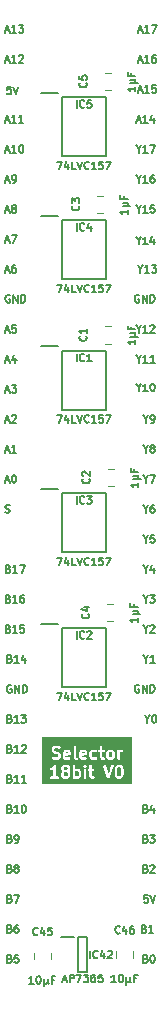
<source format=gto>
%TF.GenerationSoftware,KiCad,Pcbnew,7.0.5*%
%TF.CreationDate,2024-03-06T08:42:59+02:00*%
%TF.ProjectId,Selector 18bit,53656c65-6374-46f7-9220-31386269742e,V1*%
%TF.SameCoordinates,PX525bfc0PY43d3480*%
%TF.FileFunction,Legend,Top*%
%TF.FilePolarity,Positive*%
%FSLAX46Y46*%
G04 Gerber Fmt 4.6, Leading zero omitted, Abs format (unit mm)*
G04 Created by KiCad (PCBNEW 7.0.5) date 2024-03-06 08:42:59*
%MOMM*%
%LPD*%
G01*
G04 APERTURE LIST*
%ADD10C,0.150000*%
%ADD11C,0.200000*%
%ADD12C,0.120000*%
G04 APERTURE END LIST*
D10*
X13121411Y-78693344D02*
X13212125Y-78723582D01*
X13212125Y-78723582D02*
X13242363Y-78753820D01*
X13242363Y-78753820D02*
X13272601Y-78814296D01*
X13272601Y-78814296D02*
X13272601Y-78905010D01*
X13272601Y-78905010D02*
X13242363Y-78965486D01*
X13242363Y-78965486D02*
X13212125Y-78995725D01*
X13212125Y-78995725D02*
X13151649Y-79025963D01*
X13151649Y-79025963D02*
X12909744Y-79025963D01*
X12909744Y-79025963D02*
X12909744Y-78390963D01*
X12909744Y-78390963D02*
X13121411Y-78390963D01*
X13121411Y-78390963D02*
X13181887Y-78421201D01*
X13181887Y-78421201D02*
X13212125Y-78451439D01*
X13212125Y-78451439D02*
X13242363Y-78511915D01*
X13242363Y-78511915D02*
X13242363Y-78572391D01*
X13242363Y-78572391D02*
X13212125Y-78632867D01*
X13212125Y-78632867D02*
X13181887Y-78663105D01*
X13181887Y-78663105D02*
X13121411Y-78693344D01*
X13121411Y-78693344D02*
X12909744Y-78693344D01*
X13665696Y-78390963D02*
X13726173Y-78390963D01*
X13726173Y-78390963D02*
X13786649Y-78421201D01*
X13786649Y-78421201D02*
X13816887Y-78451439D01*
X13816887Y-78451439D02*
X13847125Y-78511915D01*
X13847125Y-78511915D02*
X13877363Y-78632867D01*
X13877363Y-78632867D02*
X13877363Y-78784058D01*
X13877363Y-78784058D02*
X13847125Y-78905010D01*
X13847125Y-78905010D02*
X13816887Y-78965486D01*
X13816887Y-78965486D02*
X13786649Y-78995725D01*
X13786649Y-78995725D02*
X13726173Y-79025963D01*
X13726173Y-79025963D02*
X13665696Y-79025963D01*
X13665696Y-79025963D02*
X13605220Y-78995725D01*
X13605220Y-78995725D02*
X13574982Y-78965486D01*
X13574982Y-78965486D02*
X13544744Y-78905010D01*
X13544744Y-78905010D02*
X13514506Y-78784058D01*
X13514506Y-78784058D02*
X13514506Y-78632867D01*
X13514506Y-78632867D02*
X13544744Y-78511915D01*
X13544744Y-78511915D02*
X13574982Y-78451439D01*
X13574982Y-78451439D02*
X13605220Y-78421201D01*
X13605220Y-78421201D02*
X13665696Y-78390963D01*
X12994411Y-76153344D02*
X13085125Y-76183582D01*
X13085125Y-76183582D02*
X13115363Y-76213820D01*
X13115363Y-76213820D02*
X13145601Y-76274296D01*
X13145601Y-76274296D02*
X13145601Y-76365010D01*
X13145601Y-76365010D02*
X13115363Y-76425486D01*
X13115363Y-76425486D02*
X13085125Y-76455725D01*
X13085125Y-76455725D02*
X13024649Y-76485963D01*
X13024649Y-76485963D02*
X12782744Y-76485963D01*
X12782744Y-76485963D02*
X12782744Y-75850963D01*
X12782744Y-75850963D02*
X12994411Y-75850963D01*
X12994411Y-75850963D02*
X13054887Y-75881201D01*
X13054887Y-75881201D02*
X13085125Y-75911439D01*
X13085125Y-75911439D02*
X13115363Y-75971915D01*
X13115363Y-75971915D02*
X13115363Y-76032391D01*
X13115363Y-76032391D02*
X13085125Y-76092867D01*
X13085125Y-76092867D02*
X13054887Y-76123105D01*
X13054887Y-76123105D02*
X12994411Y-76153344D01*
X12994411Y-76153344D02*
X12782744Y-76153344D01*
X13750363Y-76485963D02*
X13387506Y-76485963D01*
X13568934Y-76485963D02*
X13568934Y-75850963D01*
X13568934Y-75850963D02*
X13508458Y-75941677D01*
X13508458Y-75941677D02*
X13447982Y-76002153D01*
X13447982Y-76002153D02*
X13387506Y-76032391D01*
X13302839Y-73310963D02*
X13000458Y-73310963D01*
X13000458Y-73310963D02*
X12970220Y-73613344D01*
X12970220Y-73613344D02*
X13000458Y-73583105D01*
X13000458Y-73583105D02*
X13060934Y-73552867D01*
X13060934Y-73552867D02*
X13212125Y-73552867D01*
X13212125Y-73552867D02*
X13272601Y-73583105D01*
X13272601Y-73583105D02*
X13302839Y-73613344D01*
X13302839Y-73613344D02*
X13333077Y-73673820D01*
X13333077Y-73673820D02*
X13333077Y-73825010D01*
X13333077Y-73825010D02*
X13302839Y-73885486D01*
X13302839Y-73885486D02*
X13272601Y-73915725D01*
X13272601Y-73915725D02*
X13212125Y-73945963D01*
X13212125Y-73945963D02*
X13060934Y-73945963D01*
X13060934Y-73945963D02*
X13000458Y-73915725D01*
X13000458Y-73915725D02*
X12970220Y-73885486D01*
X13514506Y-73310963D02*
X13726172Y-73945963D01*
X13726172Y-73945963D02*
X13937839Y-73310963D01*
X13121411Y-71073344D02*
X13212125Y-71103582D01*
X13212125Y-71103582D02*
X13242363Y-71133820D01*
X13242363Y-71133820D02*
X13272601Y-71194296D01*
X13272601Y-71194296D02*
X13272601Y-71285010D01*
X13272601Y-71285010D02*
X13242363Y-71345486D01*
X13242363Y-71345486D02*
X13212125Y-71375725D01*
X13212125Y-71375725D02*
X13151649Y-71405963D01*
X13151649Y-71405963D02*
X12909744Y-71405963D01*
X12909744Y-71405963D02*
X12909744Y-70770963D01*
X12909744Y-70770963D02*
X13121411Y-70770963D01*
X13121411Y-70770963D02*
X13181887Y-70801201D01*
X13181887Y-70801201D02*
X13212125Y-70831439D01*
X13212125Y-70831439D02*
X13242363Y-70891915D01*
X13242363Y-70891915D02*
X13242363Y-70952391D01*
X13242363Y-70952391D02*
X13212125Y-71012867D01*
X13212125Y-71012867D02*
X13181887Y-71043105D01*
X13181887Y-71043105D02*
X13121411Y-71073344D01*
X13121411Y-71073344D02*
X12909744Y-71073344D01*
X13514506Y-70831439D02*
X13544744Y-70801201D01*
X13544744Y-70801201D02*
X13605220Y-70770963D01*
X13605220Y-70770963D02*
X13756411Y-70770963D01*
X13756411Y-70770963D02*
X13816887Y-70801201D01*
X13816887Y-70801201D02*
X13847125Y-70831439D01*
X13847125Y-70831439D02*
X13877363Y-70891915D01*
X13877363Y-70891915D02*
X13877363Y-70952391D01*
X13877363Y-70952391D02*
X13847125Y-71043105D01*
X13847125Y-71043105D02*
X13484268Y-71405963D01*
X13484268Y-71405963D02*
X13877363Y-71405963D01*
X1604541Y-78693344D02*
X1695255Y-78723582D01*
X1695255Y-78723582D02*
X1725493Y-78753820D01*
X1725493Y-78753820D02*
X1755731Y-78814296D01*
X1755731Y-78814296D02*
X1755731Y-78905010D01*
X1755731Y-78905010D02*
X1725493Y-78965486D01*
X1725493Y-78965486D02*
X1695255Y-78995725D01*
X1695255Y-78995725D02*
X1634779Y-79025963D01*
X1634779Y-79025963D02*
X1392874Y-79025963D01*
X1392874Y-79025963D02*
X1392874Y-78390963D01*
X1392874Y-78390963D02*
X1604541Y-78390963D01*
X1604541Y-78390963D02*
X1665017Y-78421201D01*
X1665017Y-78421201D02*
X1695255Y-78451439D01*
X1695255Y-78451439D02*
X1725493Y-78511915D01*
X1725493Y-78511915D02*
X1725493Y-78572391D01*
X1725493Y-78572391D02*
X1695255Y-78632867D01*
X1695255Y-78632867D02*
X1665017Y-78663105D01*
X1665017Y-78663105D02*
X1604541Y-78693344D01*
X1604541Y-78693344D02*
X1392874Y-78693344D01*
X2330255Y-78390963D02*
X2027874Y-78390963D01*
X2027874Y-78390963D02*
X1997636Y-78693344D01*
X1997636Y-78693344D02*
X2027874Y-78663105D01*
X2027874Y-78663105D02*
X2088350Y-78632867D01*
X2088350Y-78632867D02*
X2239541Y-78632867D01*
X2239541Y-78632867D02*
X2300017Y-78663105D01*
X2300017Y-78663105D02*
X2330255Y-78693344D01*
X2330255Y-78693344D02*
X2360493Y-78753820D01*
X2360493Y-78753820D02*
X2360493Y-78905010D01*
X2360493Y-78905010D02*
X2330255Y-78965486D01*
X2330255Y-78965486D02*
X2300017Y-78995725D01*
X2300017Y-78995725D02*
X2239541Y-79025963D01*
X2239541Y-79025963D02*
X2088350Y-79025963D01*
X2088350Y-79025963D02*
X2027874Y-78995725D01*
X2027874Y-78995725D02*
X1997636Y-78965486D01*
X1604541Y-76153344D02*
X1695255Y-76183582D01*
X1695255Y-76183582D02*
X1725493Y-76213820D01*
X1725493Y-76213820D02*
X1755731Y-76274296D01*
X1755731Y-76274296D02*
X1755731Y-76365010D01*
X1755731Y-76365010D02*
X1725493Y-76425486D01*
X1725493Y-76425486D02*
X1695255Y-76455725D01*
X1695255Y-76455725D02*
X1634779Y-76485963D01*
X1634779Y-76485963D02*
X1392874Y-76485963D01*
X1392874Y-76485963D02*
X1392874Y-75850963D01*
X1392874Y-75850963D02*
X1604541Y-75850963D01*
X1604541Y-75850963D02*
X1665017Y-75881201D01*
X1665017Y-75881201D02*
X1695255Y-75911439D01*
X1695255Y-75911439D02*
X1725493Y-75971915D01*
X1725493Y-75971915D02*
X1725493Y-76032391D01*
X1725493Y-76032391D02*
X1695255Y-76092867D01*
X1695255Y-76092867D02*
X1665017Y-76123105D01*
X1665017Y-76123105D02*
X1604541Y-76153344D01*
X1604541Y-76153344D02*
X1392874Y-76153344D01*
X2300017Y-75850963D02*
X2179064Y-75850963D01*
X2179064Y-75850963D02*
X2118588Y-75881201D01*
X2118588Y-75881201D02*
X2088350Y-75911439D01*
X2088350Y-75911439D02*
X2027874Y-76002153D01*
X2027874Y-76002153D02*
X1997636Y-76123105D01*
X1997636Y-76123105D02*
X1997636Y-76365010D01*
X1997636Y-76365010D02*
X2027874Y-76425486D01*
X2027874Y-76425486D02*
X2058112Y-76455725D01*
X2058112Y-76455725D02*
X2118588Y-76485963D01*
X2118588Y-76485963D02*
X2239541Y-76485963D01*
X2239541Y-76485963D02*
X2300017Y-76455725D01*
X2300017Y-76455725D02*
X2330255Y-76425486D01*
X2330255Y-76425486D02*
X2360493Y-76365010D01*
X2360493Y-76365010D02*
X2360493Y-76213820D01*
X2360493Y-76213820D02*
X2330255Y-76153344D01*
X2330255Y-76153344D02*
X2300017Y-76123105D01*
X2300017Y-76123105D02*
X2239541Y-76092867D01*
X2239541Y-76092867D02*
X2118588Y-76092867D01*
X2118588Y-76092867D02*
X2058112Y-76123105D01*
X2058112Y-76123105D02*
X2027874Y-76153344D01*
X2027874Y-76153344D02*
X1997636Y-76213820D01*
X1604541Y-73613344D02*
X1695255Y-73643582D01*
X1695255Y-73643582D02*
X1725493Y-73673820D01*
X1725493Y-73673820D02*
X1755731Y-73734296D01*
X1755731Y-73734296D02*
X1755731Y-73825010D01*
X1755731Y-73825010D02*
X1725493Y-73885486D01*
X1725493Y-73885486D02*
X1695255Y-73915725D01*
X1695255Y-73915725D02*
X1634779Y-73945963D01*
X1634779Y-73945963D02*
X1392874Y-73945963D01*
X1392874Y-73945963D02*
X1392874Y-73310963D01*
X1392874Y-73310963D02*
X1604541Y-73310963D01*
X1604541Y-73310963D02*
X1665017Y-73341201D01*
X1665017Y-73341201D02*
X1695255Y-73371439D01*
X1695255Y-73371439D02*
X1725493Y-73431915D01*
X1725493Y-73431915D02*
X1725493Y-73492391D01*
X1725493Y-73492391D02*
X1695255Y-73552867D01*
X1695255Y-73552867D02*
X1665017Y-73583105D01*
X1665017Y-73583105D02*
X1604541Y-73613344D01*
X1604541Y-73613344D02*
X1392874Y-73613344D01*
X1967398Y-73310963D02*
X2390731Y-73310963D01*
X2390731Y-73310963D02*
X2118588Y-73945963D01*
X1604541Y-71073344D02*
X1695255Y-71103582D01*
X1695255Y-71103582D02*
X1725493Y-71133820D01*
X1725493Y-71133820D02*
X1755731Y-71194296D01*
X1755731Y-71194296D02*
X1755731Y-71285010D01*
X1755731Y-71285010D02*
X1725493Y-71345486D01*
X1725493Y-71345486D02*
X1695255Y-71375725D01*
X1695255Y-71375725D02*
X1634779Y-71405963D01*
X1634779Y-71405963D02*
X1392874Y-71405963D01*
X1392874Y-71405963D02*
X1392874Y-70770963D01*
X1392874Y-70770963D02*
X1604541Y-70770963D01*
X1604541Y-70770963D02*
X1665017Y-70801201D01*
X1665017Y-70801201D02*
X1695255Y-70831439D01*
X1695255Y-70831439D02*
X1725493Y-70891915D01*
X1725493Y-70891915D02*
X1725493Y-70952391D01*
X1725493Y-70952391D02*
X1695255Y-71012867D01*
X1695255Y-71012867D02*
X1665017Y-71043105D01*
X1665017Y-71043105D02*
X1604541Y-71073344D01*
X1604541Y-71073344D02*
X1392874Y-71073344D01*
X2118588Y-71043105D02*
X2058112Y-71012867D01*
X2058112Y-71012867D02*
X2027874Y-70982629D01*
X2027874Y-70982629D02*
X1997636Y-70922153D01*
X1997636Y-70922153D02*
X1997636Y-70891915D01*
X1997636Y-70891915D02*
X2027874Y-70831439D01*
X2027874Y-70831439D02*
X2058112Y-70801201D01*
X2058112Y-70801201D02*
X2118588Y-70770963D01*
X2118588Y-70770963D02*
X2239541Y-70770963D01*
X2239541Y-70770963D02*
X2300017Y-70801201D01*
X2300017Y-70801201D02*
X2330255Y-70831439D01*
X2330255Y-70831439D02*
X2360493Y-70891915D01*
X2360493Y-70891915D02*
X2360493Y-70922153D01*
X2360493Y-70922153D02*
X2330255Y-70982629D01*
X2330255Y-70982629D02*
X2300017Y-71012867D01*
X2300017Y-71012867D02*
X2239541Y-71043105D01*
X2239541Y-71043105D02*
X2118588Y-71043105D01*
X2118588Y-71043105D02*
X2058112Y-71073344D01*
X2058112Y-71073344D02*
X2027874Y-71103582D01*
X2027874Y-71103582D02*
X1997636Y-71164058D01*
X1997636Y-71164058D02*
X1997636Y-71285010D01*
X1997636Y-71285010D02*
X2027874Y-71345486D01*
X2027874Y-71345486D02*
X2058112Y-71375725D01*
X2058112Y-71375725D02*
X2118588Y-71405963D01*
X2118588Y-71405963D02*
X2239541Y-71405963D01*
X2239541Y-71405963D02*
X2300017Y-71375725D01*
X2300017Y-71375725D02*
X2330255Y-71345486D01*
X2330255Y-71345486D02*
X2360493Y-71285010D01*
X2360493Y-71285010D02*
X2360493Y-71164058D01*
X2360493Y-71164058D02*
X2330255Y-71103582D01*
X2330255Y-71103582D02*
X2300017Y-71073344D01*
X2300017Y-71073344D02*
X2239541Y-71043105D01*
X1235636Y-25504534D02*
X1538017Y-25504534D01*
X1175160Y-25685963D02*
X1386826Y-25050963D01*
X1386826Y-25050963D02*
X1598493Y-25685963D01*
X2112541Y-25050963D02*
X1810160Y-25050963D01*
X1810160Y-25050963D02*
X1779922Y-25353344D01*
X1779922Y-25353344D02*
X1810160Y-25323105D01*
X1810160Y-25323105D02*
X1870636Y-25292867D01*
X1870636Y-25292867D02*
X2021827Y-25292867D01*
X2021827Y-25292867D02*
X2082303Y-25323105D01*
X2082303Y-25323105D02*
X2112541Y-25353344D01*
X2112541Y-25353344D02*
X2142779Y-25413820D01*
X2142779Y-25413820D02*
X2142779Y-25565010D01*
X2142779Y-25565010D02*
X2112541Y-25625486D01*
X2112541Y-25625486D02*
X2082303Y-25655725D01*
X2082303Y-25655725D02*
X2021827Y-25685963D01*
X2021827Y-25685963D02*
X1870636Y-25685963D01*
X1870636Y-25685963D02*
X1810160Y-25655725D01*
X1810160Y-25655725D02*
X1779922Y-25625486D01*
X1604541Y-58373344D02*
X1695255Y-58403582D01*
X1695255Y-58403582D02*
X1725493Y-58433820D01*
X1725493Y-58433820D02*
X1755731Y-58494296D01*
X1755731Y-58494296D02*
X1755731Y-58585010D01*
X1755731Y-58585010D02*
X1725493Y-58645486D01*
X1725493Y-58645486D02*
X1695255Y-58675725D01*
X1695255Y-58675725D02*
X1634779Y-58705963D01*
X1634779Y-58705963D02*
X1392874Y-58705963D01*
X1392874Y-58705963D02*
X1392874Y-58070963D01*
X1392874Y-58070963D02*
X1604541Y-58070963D01*
X1604541Y-58070963D02*
X1665017Y-58101201D01*
X1665017Y-58101201D02*
X1695255Y-58131439D01*
X1695255Y-58131439D02*
X1725493Y-58191915D01*
X1725493Y-58191915D02*
X1725493Y-58252391D01*
X1725493Y-58252391D02*
X1695255Y-58312867D01*
X1695255Y-58312867D02*
X1665017Y-58343105D01*
X1665017Y-58343105D02*
X1604541Y-58373344D01*
X1604541Y-58373344D02*
X1392874Y-58373344D01*
X2360493Y-58705963D02*
X1997636Y-58705963D01*
X2179064Y-58705963D02*
X2179064Y-58070963D01*
X2179064Y-58070963D02*
X2118588Y-58161677D01*
X2118588Y-58161677D02*
X2058112Y-58222153D01*
X2058112Y-58222153D02*
X1997636Y-58252391D01*
X2572160Y-58070963D02*
X2965255Y-58070963D01*
X2965255Y-58070963D02*
X2753588Y-58312867D01*
X2753588Y-58312867D02*
X2844303Y-58312867D01*
X2844303Y-58312867D02*
X2904779Y-58343105D01*
X2904779Y-58343105D02*
X2935017Y-58373344D01*
X2935017Y-58373344D02*
X2965255Y-58433820D01*
X2965255Y-58433820D02*
X2965255Y-58585010D01*
X2965255Y-58585010D02*
X2935017Y-58645486D01*
X2935017Y-58645486D02*
X2904779Y-58675725D01*
X2904779Y-58675725D02*
X2844303Y-58705963D01*
X2844303Y-58705963D02*
X2662874Y-58705963D01*
X2662874Y-58705963D02*
X2602398Y-58675725D01*
X2602398Y-58675725D02*
X2572160Y-58645486D01*
X12546887Y-55561201D02*
X12486411Y-55530963D01*
X12486411Y-55530963D02*
X12395697Y-55530963D01*
X12395697Y-55530963D02*
X12304982Y-55561201D01*
X12304982Y-55561201D02*
X12244506Y-55621677D01*
X12244506Y-55621677D02*
X12214268Y-55682153D01*
X12214268Y-55682153D02*
X12184030Y-55803105D01*
X12184030Y-55803105D02*
X12184030Y-55893820D01*
X12184030Y-55893820D02*
X12214268Y-56014772D01*
X12214268Y-56014772D02*
X12244506Y-56075248D01*
X12244506Y-56075248D02*
X12304982Y-56135725D01*
X12304982Y-56135725D02*
X12395697Y-56165963D01*
X12395697Y-56165963D02*
X12456173Y-56165963D01*
X12456173Y-56165963D02*
X12546887Y-56135725D01*
X12546887Y-56135725D02*
X12577125Y-56105486D01*
X12577125Y-56105486D02*
X12577125Y-55893820D01*
X12577125Y-55893820D02*
X12456173Y-55893820D01*
X12849268Y-56165963D02*
X12849268Y-55530963D01*
X12849268Y-55530963D02*
X13212125Y-56165963D01*
X13212125Y-56165963D02*
X13212125Y-55530963D01*
X13514506Y-56165963D02*
X13514506Y-55530963D01*
X13514506Y-55530963D02*
X13665696Y-55530963D01*
X13665696Y-55530963D02*
X13756411Y-55561201D01*
X13756411Y-55561201D02*
X13816887Y-55621677D01*
X13816887Y-55621677D02*
X13847125Y-55682153D01*
X13847125Y-55682153D02*
X13877363Y-55803105D01*
X13877363Y-55803105D02*
X13877363Y-55893820D01*
X13877363Y-55893820D02*
X13847125Y-56014772D01*
X13847125Y-56014772D02*
X13816887Y-56075248D01*
X13816887Y-56075248D02*
X13756411Y-56135725D01*
X13756411Y-56135725D02*
X13665696Y-56165963D01*
X13665696Y-56165963D02*
X13514506Y-56165963D01*
X1604541Y-60913344D02*
X1695255Y-60943582D01*
X1695255Y-60943582D02*
X1725493Y-60973820D01*
X1725493Y-60973820D02*
X1755731Y-61034296D01*
X1755731Y-61034296D02*
X1755731Y-61125010D01*
X1755731Y-61125010D02*
X1725493Y-61185486D01*
X1725493Y-61185486D02*
X1695255Y-61215725D01*
X1695255Y-61215725D02*
X1634779Y-61245963D01*
X1634779Y-61245963D02*
X1392874Y-61245963D01*
X1392874Y-61245963D02*
X1392874Y-60610963D01*
X1392874Y-60610963D02*
X1604541Y-60610963D01*
X1604541Y-60610963D02*
X1665017Y-60641201D01*
X1665017Y-60641201D02*
X1695255Y-60671439D01*
X1695255Y-60671439D02*
X1725493Y-60731915D01*
X1725493Y-60731915D02*
X1725493Y-60792391D01*
X1725493Y-60792391D02*
X1695255Y-60852867D01*
X1695255Y-60852867D02*
X1665017Y-60883105D01*
X1665017Y-60883105D02*
X1604541Y-60913344D01*
X1604541Y-60913344D02*
X1392874Y-60913344D01*
X2360493Y-61245963D02*
X1997636Y-61245963D01*
X2179064Y-61245963D02*
X2179064Y-60610963D01*
X2179064Y-60610963D02*
X2118588Y-60701677D01*
X2118588Y-60701677D02*
X2058112Y-60762153D01*
X2058112Y-60762153D02*
X1997636Y-60792391D01*
X2602398Y-60671439D02*
X2632636Y-60641201D01*
X2632636Y-60641201D02*
X2693112Y-60610963D01*
X2693112Y-60610963D02*
X2844303Y-60610963D01*
X2844303Y-60610963D02*
X2904779Y-60641201D01*
X2904779Y-60641201D02*
X2935017Y-60671439D01*
X2935017Y-60671439D02*
X2965255Y-60731915D01*
X2965255Y-60731915D02*
X2965255Y-60792391D01*
X2965255Y-60792391D02*
X2935017Y-60883105D01*
X2935017Y-60883105D02*
X2572160Y-61245963D01*
X2572160Y-61245963D02*
X2965255Y-61245963D01*
X12492458Y-5184534D02*
X12794839Y-5184534D01*
X12431982Y-5365963D02*
X12643648Y-4730963D01*
X12643648Y-4730963D02*
X12855315Y-5365963D01*
X13399601Y-5365963D02*
X13036744Y-5365963D01*
X13218172Y-5365963D02*
X13218172Y-4730963D01*
X13218172Y-4730963D02*
X13157696Y-4821677D01*
X13157696Y-4821677D02*
X13097220Y-4882153D01*
X13097220Y-4882153D02*
X13036744Y-4912391D01*
X13974125Y-4730963D02*
X13671744Y-4730963D01*
X13671744Y-4730963D02*
X13641506Y-5033344D01*
X13641506Y-5033344D02*
X13671744Y-5003105D01*
X13671744Y-5003105D02*
X13732220Y-4972867D01*
X13732220Y-4972867D02*
X13883411Y-4972867D01*
X13883411Y-4972867D02*
X13943887Y-5003105D01*
X13943887Y-5003105D02*
X13974125Y-5033344D01*
X13974125Y-5033344D02*
X14004363Y-5093820D01*
X14004363Y-5093820D02*
X14004363Y-5245010D01*
X14004363Y-5245010D02*
X13974125Y-5305486D01*
X13974125Y-5305486D02*
X13943887Y-5335725D01*
X13943887Y-5335725D02*
X13883411Y-5365963D01*
X13883411Y-5365963D02*
X13732220Y-5365963D01*
X13732220Y-5365963D02*
X13671744Y-5335725D01*
X13671744Y-5335725D02*
X13641506Y-5305486D01*
X12516648Y-12683582D02*
X12516648Y-12985963D01*
X12304982Y-12350963D02*
X12516648Y-12683582D01*
X12516648Y-12683582D02*
X12728315Y-12350963D01*
X13272601Y-12985963D02*
X12909744Y-12985963D01*
X13091172Y-12985963D02*
X13091172Y-12350963D01*
X13091172Y-12350963D02*
X13030696Y-12441677D01*
X13030696Y-12441677D02*
X12970220Y-12502153D01*
X12970220Y-12502153D02*
X12909744Y-12532391D01*
X13816887Y-12350963D02*
X13695934Y-12350963D01*
X13695934Y-12350963D02*
X13635458Y-12381201D01*
X13635458Y-12381201D02*
X13605220Y-12411439D01*
X13605220Y-12411439D02*
X13544744Y-12502153D01*
X13544744Y-12502153D02*
X13514506Y-12623105D01*
X13514506Y-12623105D02*
X13514506Y-12865010D01*
X13514506Y-12865010D02*
X13544744Y-12925486D01*
X13544744Y-12925486D02*
X13574982Y-12955725D01*
X13574982Y-12955725D02*
X13635458Y-12985963D01*
X13635458Y-12985963D02*
X13756411Y-12985963D01*
X13756411Y-12985963D02*
X13816887Y-12955725D01*
X13816887Y-12955725D02*
X13847125Y-12925486D01*
X13847125Y-12925486D02*
X13877363Y-12865010D01*
X13877363Y-12865010D02*
X13877363Y-12713820D01*
X13877363Y-12713820D02*
X13847125Y-12653344D01*
X13847125Y-12653344D02*
X13816887Y-12623105D01*
X13816887Y-12623105D02*
X13756411Y-12592867D01*
X13756411Y-12592867D02*
X13635458Y-12592867D01*
X13635458Y-12592867D02*
X13574982Y-12623105D01*
X13574982Y-12623105D02*
X13544744Y-12653344D01*
X13544744Y-12653344D02*
X13514506Y-12713820D01*
X12492458Y-2644534D02*
X12794839Y-2644534D01*
X12431982Y-2825963D02*
X12643648Y-2190963D01*
X12643648Y-2190963D02*
X12855315Y-2825963D01*
X13399601Y-2825963D02*
X13036744Y-2825963D01*
X13218172Y-2825963D02*
X13218172Y-2190963D01*
X13218172Y-2190963D02*
X13157696Y-2281677D01*
X13157696Y-2281677D02*
X13097220Y-2342153D01*
X13097220Y-2342153D02*
X13036744Y-2372391D01*
X13943887Y-2190963D02*
X13822934Y-2190963D01*
X13822934Y-2190963D02*
X13762458Y-2221201D01*
X13762458Y-2221201D02*
X13732220Y-2251439D01*
X13732220Y-2251439D02*
X13671744Y-2342153D01*
X13671744Y-2342153D02*
X13641506Y-2463105D01*
X13641506Y-2463105D02*
X13641506Y-2705010D01*
X13641506Y-2705010D02*
X13671744Y-2765486D01*
X13671744Y-2765486D02*
X13701982Y-2795725D01*
X13701982Y-2795725D02*
X13762458Y-2825963D01*
X13762458Y-2825963D02*
X13883411Y-2825963D01*
X13883411Y-2825963D02*
X13943887Y-2795725D01*
X13943887Y-2795725D02*
X13974125Y-2765486D01*
X13974125Y-2765486D02*
X14004363Y-2705010D01*
X14004363Y-2705010D02*
X14004363Y-2553820D01*
X14004363Y-2553820D02*
X13974125Y-2493344D01*
X13974125Y-2493344D02*
X13943887Y-2463105D01*
X13943887Y-2463105D02*
X13883411Y-2432867D01*
X13883411Y-2432867D02*
X13762458Y-2432867D01*
X13762458Y-2432867D02*
X13701982Y-2463105D01*
X13701982Y-2463105D02*
X13671744Y-2493344D01*
X13671744Y-2493344D02*
X13641506Y-2553820D01*
X1235636Y-30584534D02*
X1538017Y-30584534D01*
X1175160Y-30765963D02*
X1386826Y-30130963D01*
X1386826Y-30130963D02*
X1598493Y-30765963D01*
X1749684Y-30130963D02*
X2142779Y-30130963D01*
X2142779Y-30130963D02*
X1931112Y-30372867D01*
X1931112Y-30372867D02*
X2021827Y-30372867D01*
X2021827Y-30372867D02*
X2082303Y-30403105D01*
X2082303Y-30403105D02*
X2112541Y-30433344D01*
X2112541Y-30433344D02*
X2142779Y-30493820D01*
X2142779Y-30493820D02*
X2142779Y-30645010D01*
X2142779Y-30645010D02*
X2112541Y-30705486D01*
X2112541Y-30705486D02*
X2082303Y-30735725D01*
X2082303Y-30735725D02*
X2021827Y-30765963D01*
X2021827Y-30765963D02*
X1840398Y-30765963D01*
X1840398Y-30765963D02*
X1779922Y-30735725D01*
X1779922Y-30735725D02*
X1749684Y-30705486D01*
X12516648Y-17890582D02*
X12516648Y-18192963D01*
X12304982Y-17557963D02*
X12516648Y-17890582D01*
X12516648Y-17890582D02*
X12728315Y-17557963D01*
X13272601Y-18192963D02*
X12909744Y-18192963D01*
X13091172Y-18192963D02*
X13091172Y-17557963D01*
X13091172Y-17557963D02*
X13030696Y-17648677D01*
X13030696Y-17648677D02*
X12970220Y-17709153D01*
X12970220Y-17709153D02*
X12909744Y-17739391D01*
X13816887Y-17769629D02*
X13816887Y-18192963D01*
X13665696Y-17527725D02*
X13514506Y-17981296D01*
X13514506Y-17981296D02*
X13907601Y-17981296D01*
X13121410Y-33003582D02*
X13121410Y-33305963D01*
X12909744Y-32670963D02*
X13121410Y-33003582D01*
X13121410Y-33003582D02*
X13333077Y-32670963D01*
X13574982Y-33305963D02*
X13695934Y-33305963D01*
X13695934Y-33305963D02*
X13756411Y-33275725D01*
X13756411Y-33275725D02*
X13786649Y-33245486D01*
X13786649Y-33245486D02*
X13847125Y-33154772D01*
X13847125Y-33154772D02*
X13877363Y-33033820D01*
X13877363Y-33033820D02*
X13877363Y-32791915D01*
X13877363Y-32791915D02*
X13847125Y-32731439D01*
X13847125Y-32731439D02*
X13816887Y-32701201D01*
X13816887Y-32701201D02*
X13756411Y-32670963D01*
X13756411Y-32670963D02*
X13635458Y-32670963D01*
X13635458Y-32670963D02*
X13574982Y-32701201D01*
X13574982Y-32701201D02*
X13544744Y-32731439D01*
X13544744Y-32731439D02*
X13514506Y-32791915D01*
X13514506Y-32791915D02*
X13514506Y-32943105D01*
X13514506Y-32943105D02*
X13544744Y-33003582D01*
X13544744Y-33003582D02*
X13574982Y-33033820D01*
X13574982Y-33033820D02*
X13635458Y-33064058D01*
X13635458Y-33064058D02*
X13756411Y-33064058D01*
X13756411Y-33064058D02*
X13816887Y-33033820D01*
X13816887Y-33033820D02*
X13847125Y-33003582D01*
X13847125Y-33003582D02*
X13877363Y-32943105D01*
X1725493Y-55561201D02*
X1665017Y-55530963D01*
X1665017Y-55530963D02*
X1574303Y-55530963D01*
X1574303Y-55530963D02*
X1483588Y-55561201D01*
X1483588Y-55561201D02*
X1423112Y-55621677D01*
X1423112Y-55621677D02*
X1392874Y-55682153D01*
X1392874Y-55682153D02*
X1362636Y-55803105D01*
X1362636Y-55803105D02*
X1362636Y-55893820D01*
X1362636Y-55893820D02*
X1392874Y-56014772D01*
X1392874Y-56014772D02*
X1423112Y-56075248D01*
X1423112Y-56075248D02*
X1483588Y-56135725D01*
X1483588Y-56135725D02*
X1574303Y-56165963D01*
X1574303Y-56165963D02*
X1634779Y-56165963D01*
X1634779Y-56165963D02*
X1725493Y-56135725D01*
X1725493Y-56135725D02*
X1755731Y-56105486D01*
X1755731Y-56105486D02*
X1755731Y-55893820D01*
X1755731Y-55893820D02*
X1634779Y-55893820D01*
X2027874Y-56165963D02*
X2027874Y-55530963D01*
X2027874Y-55530963D02*
X2390731Y-56165963D01*
X2390731Y-56165963D02*
X2390731Y-55530963D01*
X2693112Y-56165963D02*
X2693112Y-55530963D01*
X2693112Y-55530963D02*
X2844302Y-55530963D01*
X2844302Y-55530963D02*
X2935017Y-55561201D01*
X2935017Y-55561201D02*
X2995493Y-55621677D01*
X2995493Y-55621677D02*
X3025731Y-55682153D01*
X3025731Y-55682153D02*
X3055969Y-55803105D01*
X3055969Y-55803105D02*
X3055969Y-55893820D01*
X3055969Y-55893820D02*
X3025731Y-56014772D01*
X3025731Y-56014772D02*
X2995493Y-56075248D01*
X2995493Y-56075248D02*
X2935017Y-56135725D01*
X2935017Y-56135725D02*
X2844302Y-56165963D01*
X2844302Y-56165963D02*
X2693112Y-56165963D01*
X1235636Y-17884534D02*
X1538017Y-17884534D01*
X1175160Y-18065963D02*
X1386826Y-17430963D01*
X1386826Y-17430963D02*
X1598493Y-18065963D01*
X1749684Y-17430963D02*
X2173017Y-17430963D01*
X2173017Y-17430963D02*
X1900874Y-18065963D01*
X1604541Y-53293344D02*
X1695255Y-53323582D01*
X1695255Y-53323582D02*
X1725493Y-53353820D01*
X1725493Y-53353820D02*
X1755731Y-53414296D01*
X1755731Y-53414296D02*
X1755731Y-53505010D01*
X1755731Y-53505010D02*
X1725493Y-53565486D01*
X1725493Y-53565486D02*
X1695255Y-53595725D01*
X1695255Y-53595725D02*
X1634779Y-53625963D01*
X1634779Y-53625963D02*
X1392874Y-53625963D01*
X1392874Y-53625963D02*
X1392874Y-52990963D01*
X1392874Y-52990963D02*
X1604541Y-52990963D01*
X1604541Y-52990963D02*
X1665017Y-53021201D01*
X1665017Y-53021201D02*
X1695255Y-53051439D01*
X1695255Y-53051439D02*
X1725493Y-53111915D01*
X1725493Y-53111915D02*
X1725493Y-53172391D01*
X1725493Y-53172391D02*
X1695255Y-53232867D01*
X1695255Y-53232867D02*
X1665017Y-53263105D01*
X1665017Y-53263105D02*
X1604541Y-53293344D01*
X1604541Y-53293344D02*
X1392874Y-53293344D01*
X2360493Y-53625963D02*
X1997636Y-53625963D01*
X2179064Y-53625963D02*
X2179064Y-52990963D01*
X2179064Y-52990963D02*
X2118588Y-53081677D01*
X2118588Y-53081677D02*
X2058112Y-53142153D01*
X2058112Y-53142153D02*
X1997636Y-53172391D01*
X2904779Y-53202629D02*
X2904779Y-53625963D01*
X2753588Y-52960725D02*
X2602398Y-53414296D01*
X2602398Y-53414296D02*
X2995493Y-53414296D01*
X1477541Y-50753344D02*
X1568255Y-50783582D01*
X1568255Y-50783582D02*
X1598493Y-50813820D01*
X1598493Y-50813820D02*
X1628731Y-50874296D01*
X1628731Y-50874296D02*
X1628731Y-50965010D01*
X1628731Y-50965010D02*
X1598493Y-51025486D01*
X1598493Y-51025486D02*
X1568255Y-51055725D01*
X1568255Y-51055725D02*
X1507779Y-51085963D01*
X1507779Y-51085963D02*
X1265874Y-51085963D01*
X1265874Y-51085963D02*
X1265874Y-50450963D01*
X1265874Y-50450963D02*
X1477541Y-50450963D01*
X1477541Y-50450963D02*
X1538017Y-50481201D01*
X1538017Y-50481201D02*
X1568255Y-50511439D01*
X1568255Y-50511439D02*
X1598493Y-50571915D01*
X1598493Y-50571915D02*
X1598493Y-50632391D01*
X1598493Y-50632391D02*
X1568255Y-50692867D01*
X1568255Y-50692867D02*
X1538017Y-50723105D01*
X1538017Y-50723105D02*
X1477541Y-50753344D01*
X1477541Y-50753344D02*
X1265874Y-50753344D01*
X2233493Y-51085963D02*
X1870636Y-51085963D01*
X2052064Y-51085963D02*
X2052064Y-50450963D01*
X2052064Y-50450963D02*
X1991588Y-50541677D01*
X1991588Y-50541677D02*
X1931112Y-50602153D01*
X1931112Y-50602153D02*
X1870636Y-50632391D01*
X2808017Y-50450963D02*
X2505636Y-50450963D01*
X2505636Y-50450963D02*
X2475398Y-50753344D01*
X2475398Y-50753344D02*
X2505636Y-50723105D01*
X2505636Y-50723105D02*
X2566112Y-50692867D01*
X2566112Y-50692867D02*
X2717303Y-50692867D01*
X2717303Y-50692867D02*
X2777779Y-50723105D01*
X2777779Y-50723105D02*
X2808017Y-50753344D01*
X2808017Y-50753344D02*
X2838255Y-50813820D01*
X2838255Y-50813820D02*
X2838255Y-50965010D01*
X2838255Y-50965010D02*
X2808017Y-51025486D01*
X2808017Y-51025486D02*
X2777779Y-51055725D01*
X2777779Y-51055725D02*
X2717303Y-51085963D01*
X2717303Y-51085963D02*
X2566112Y-51085963D01*
X2566112Y-51085963D02*
X2505636Y-51055725D01*
X2505636Y-51055725D02*
X2475398Y-51025486D01*
X12546887Y-22541201D02*
X12486411Y-22510963D01*
X12486411Y-22510963D02*
X12395697Y-22510963D01*
X12395697Y-22510963D02*
X12304982Y-22541201D01*
X12304982Y-22541201D02*
X12244506Y-22601677D01*
X12244506Y-22601677D02*
X12214268Y-22662153D01*
X12214268Y-22662153D02*
X12184030Y-22783105D01*
X12184030Y-22783105D02*
X12184030Y-22873820D01*
X12184030Y-22873820D02*
X12214268Y-22994772D01*
X12214268Y-22994772D02*
X12244506Y-23055248D01*
X12244506Y-23055248D02*
X12304982Y-23115725D01*
X12304982Y-23115725D02*
X12395697Y-23145963D01*
X12395697Y-23145963D02*
X12456173Y-23145963D01*
X12456173Y-23145963D02*
X12546887Y-23115725D01*
X12546887Y-23115725D02*
X12577125Y-23085486D01*
X12577125Y-23085486D02*
X12577125Y-22873820D01*
X12577125Y-22873820D02*
X12456173Y-22873820D01*
X12849268Y-23145963D02*
X12849268Y-22510963D01*
X12849268Y-22510963D02*
X13212125Y-23145963D01*
X13212125Y-23145963D02*
X13212125Y-22510963D01*
X13514506Y-23145963D02*
X13514506Y-22510963D01*
X13514506Y-22510963D02*
X13665696Y-22510963D01*
X13665696Y-22510963D02*
X13756411Y-22541201D01*
X13756411Y-22541201D02*
X13816887Y-22601677D01*
X13816887Y-22601677D02*
X13847125Y-22662153D01*
X13847125Y-22662153D02*
X13877363Y-22783105D01*
X13877363Y-22783105D02*
X13877363Y-22873820D01*
X13877363Y-22873820D02*
X13847125Y-22994772D01*
X13847125Y-22994772D02*
X13816887Y-23055248D01*
X13816887Y-23055248D02*
X13756411Y-23115725D01*
X13756411Y-23115725D02*
X13665696Y-23145963D01*
X13665696Y-23145963D02*
X13514506Y-23145963D01*
X1235636Y-20424534D02*
X1538017Y-20424534D01*
X1175160Y-20605963D02*
X1386826Y-19970963D01*
X1386826Y-19970963D02*
X1598493Y-20605963D01*
X2082303Y-19970963D02*
X1961350Y-19970963D01*
X1961350Y-19970963D02*
X1900874Y-20001201D01*
X1900874Y-20001201D02*
X1870636Y-20031439D01*
X1870636Y-20031439D02*
X1810160Y-20122153D01*
X1810160Y-20122153D02*
X1779922Y-20243105D01*
X1779922Y-20243105D02*
X1779922Y-20485010D01*
X1779922Y-20485010D02*
X1810160Y-20545486D01*
X1810160Y-20545486D02*
X1840398Y-20575725D01*
X1840398Y-20575725D02*
X1900874Y-20605963D01*
X1900874Y-20605963D02*
X2021827Y-20605963D01*
X2021827Y-20605963D02*
X2082303Y-20575725D01*
X2082303Y-20575725D02*
X2112541Y-20545486D01*
X2112541Y-20545486D02*
X2142779Y-20485010D01*
X2142779Y-20485010D02*
X2142779Y-20333820D01*
X2142779Y-20333820D02*
X2112541Y-20273344D01*
X2112541Y-20273344D02*
X2082303Y-20243105D01*
X2082303Y-20243105D02*
X2021827Y-20212867D01*
X2021827Y-20212867D02*
X1900874Y-20212867D01*
X1900874Y-20212867D02*
X1840398Y-20243105D01*
X1840398Y-20243105D02*
X1810160Y-20273344D01*
X1810160Y-20273344D02*
X1779922Y-20333820D01*
X13121410Y-40623582D02*
X13121410Y-40925963D01*
X12909744Y-40290963D02*
X13121410Y-40623582D01*
X13121410Y-40623582D02*
X13333077Y-40290963D01*
X13816887Y-40290963D02*
X13695934Y-40290963D01*
X13695934Y-40290963D02*
X13635458Y-40321201D01*
X13635458Y-40321201D02*
X13605220Y-40351439D01*
X13605220Y-40351439D02*
X13544744Y-40442153D01*
X13544744Y-40442153D02*
X13514506Y-40563105D01*
X13514506Y-40563105D02*
X13514506Y-40805010D01*
X13514506Y-40805010D02*
X13544744Y-40865486D01*
X13544744Y-40865486D02*
X13574982Y-40895725D01*
X13574982Y-40895725D02*
X13635458Y-40925963D01*
X13635458Y-40925963D02*
X13756411Y-40925963D01*
X13756411Y-40925963D02*
X13816887Y-40895725D01*
X13816887Y-40895725D02*
X13847125Y-40865486D01*
X13847125Y-40865486D02*
X13877363Y-40805010D01*
X13877363Y-40805010D02*
X13877363Y-40653820D01*
X13877363Y-40653820D02*
X13847125Y-40593344D01*
X13847125Y-40593344D02*
X13816887Y-40563105D01*
X13816887Y-40563105D02*
X13756411Y-40532867D01*
X13756411Y-40532867D02*
X13635458Y-40532867D01*
X13635458Y-40532867D02*
X13574982Y-40563105D01*
X13574982Y-40563105D02*
X13544744Y-40593344D01*
X13544744Y-40593344D02*
X13514506Y-40653820D01*
X1235636Y-15344534D02*
X1538017Y-15344534D01*
X1175160Y-15525963D02*
X1386826Y-14890963D01*
X1386826Y-14890963D02*
X1598493Y-15525963D01*
X1900874Y-15163105D02*
X1840398Y-15132867D01*
X1840398Y-15132867D02*
X1810160Y-15102629D01*
X1810160Y-15102629D02*
X1779922Y-15042153D01*
X1779922Y-15042153D02*
X1779922Y-15011915D01*
X1779922Y-15011915D02*
X1810160Y-14951439D01*
X1810160Y-14951439D02*
X1840398Y-14921201D01*
X1840398Y-14921201D02*
X1900874Y-14890963D01*
X1900874Y-14890963D02*
X2021827Y-14890963D01*
X2021827Y-14890963D02*
X2082303Y-14921201D01*
X2082303Y-14921201D02*
X2112541Y-14951439D01*
X2112541Y-14951439D02*
X2142779Y-15011915D01*
X2142779Y-15011915D02*
X2142779Y-15042153D01*
X2142779Y-15042153D02*
X2112541Y-15102629D01*
X2112541Y-15102629D02*
X2082303Y-15132867D01*
X2082303Y-15132867D02*
X2021827Y-15163105D01*
X2021827Y-15163105D02*
X1900874Y-15163105D01*
X1900874Y-15163105D02*
X1840398Y-15193344D01*
X1840398Y-15193344D02*
X1810160Y-15223582D01*
X1810160Y-15223582D02*
X1779922Y-15284058D01*
X1779922Y-15284058D02*
X1779922Y-15405010D01*
X1779922Y-15405010D02*
X1810160Y-15465486D01*
X1810160Y-15465486D02*
X1840398Y-15495725D01*
X1840398Y-15495725D02*
X1900874Y-15525963D01*
X1900874Y-15525963D02*
X2021827Y-15525963D01*
X2021827Y-15525963D02*
X2082303Y-15495725D01*
X2082303Y-15495725D02*
X2112541Y-15465486D01*
X2112541Y-15465486D02*
X2142779Y-15405010D01*
X2142779Y-15405010D02*
X2142779Y-15284058D01*
X2142779Y-15284058D02*
X2112541Y-15223582D01*
X2112541Y-15223582D02*
X2082303Y-15193344D01*
X2082303Y-15193344D02*
X2021827Y-15163105D01*
X1235636Y-10264534D02*
X1538017Y-10264534D01*
X1175160Y-10445963D02*
X1386826Y-9810963D01*
X1386826Y-9810963D02*
X1598493Y-10445963D01*
X2142779Y-10445963D02*
X1779922Y-10445963D01*
X1961350Y-10445963D02*
X1961350Y-9810963D01*
X1961350Y-9810963D02*
X1900874Y-9901677D01*
X1900874Y-9901677D02*
X1840398Y-9962153D01*
X1840398Y-9962153D02*
X1779922Y-9992391D01*
X2535874Y-9810963D02*
X2596351Y-9810963D01*
X2596351Y-9810963D02*
X2656827Y-9841201D01*
X2656827Y-9841201D02*
X2687065Y-9871439D01*
X2687065Y-9871439D02*
X2717303Y-9931915D01*
X2717303Y-9931915D02*
X2747541Y-10052867D01*
X2747541Y-10052867D02*
X2747541Y-10204058D01*
X2747541Y-10204058D02*
X2717303Y-10325010D01*
X2717303Y-10325010D02*
X2687065Y-10385486D01*
X2687065Y-10385486D02*
X2656827Y-10415725D01*
X2656827Y-10415725D02*
X2596351Y-10445963D01*
X2596351Y-10445963D02*
X2535874Y-10445963D01*
X2535874Y-10445963D02*
X2475398Y-10415725D01*
X2475398Y-10415725D02*
X2445160Y-10385486D01*
X2445160Y-10385486D02*
X2414922Y-10325010D01*
X2414922Y-10325010D02*
X2384684Y-10204058D01*
X2384684Y-10204058D02*
X2384684Y-10052867D01*
X2384684Y-10052867D02*
X2414922Y-9931915D01*
X2414922Y-9931915D02*
X2445160Y-9871439D01*
X2445160Y-9871439D02*
X2475398Y-9841201D01*
X2475398Y-9841201D02*
X2535874Y-9810963D01*
X1604541Y-63453344D02*
X1695255Y-63483582D01*
X1695255Y-63483582D02*
X1725493Y-63513820D01*
X1725493Y-63513820D02*
X1755731Y-63574296D01*
X1755731Y-63574296D02*
X1755731Y-63665010D01*
X1755731Y-63665010D02*
X1725493Y-63725486D01*
X1725493Y-63725486D02*
X1695255Y-63755725D01*
X1695255Y-63755725D02*
X1634779Y-63785963D01*
X1634779Y-63785963D02*
X1392874Y-63785963D01*
X1392874Y-63785963D02*
X1392874Y-63150963D01*
X1392874Y-63150963D02*
X1604541Y-63150963D01*
X1604541Y-63150963D02*
X1665017Y-63181201D01*
X1665017Y-63181201D02*
X1695255Y-63211439D01*
X1695255Y-63211439D02*
X1725493Y-63271915D01*
X1725493Y-63271915D02*
X1725493Y-63332391D01*
X1725493Y-63332391D02*
X1695255Y-63392867D01*
X1695255Y-63392867D02*
X1665017Y-63423105D01*
X1665017Y-63423105D02*
X1604541Y-63453344D01*
X1604541Y-63453344D02*
X1392874Y-63453344D01*
X2360493Y-63785963D02*
X1997636Y-63785963D01*
X2179064Y-63785963D02*
X2179064Y-63150963D01*
X2179064Y-63150963D02*
X2118588Y-63241677D01*
X2118588Y-63241677D02*
X2058112Y-63302153D01*
X2058112Y-63302153D02*
X1997636Y-63332391D01*
X2965255Y-63785963D02*
X2602398Y-63785963D01*
X2783826Y-63785963D02*
X2783826Y-63150963D01*
X2783826Y-63150963D02*
X2723350Y-63241677D01*
X2723350Y-63241677D02*
X2662874Y-63302153D01*
X2662874Y-63302153D02*
X2602398Y-63332391D01*
X13121410Y-48243582D02*
X13121410Y-48545963D01*
X12909744Y-47910963D02*
X13121410Y-48243582D01*
X13121410Y-48243582D02*
X13333077Y-47910963D01*
X13484268Y-47910963D02*
X13877363Y-47910963D01*
X13877363Y-47910963D02*
X13665696Y-48152867D01*
X13665696Y-48152867D02*
X13756411Y-48152867D01*
X13756411Y-48152867D02*
X13816887Y-48183105D01*
X13816887Y-48183105D02*
X13847125Y-48213344D01*
X13847125Y-48213344D02*
X13877363Y-48273820D01*
X13877363Y-48273820D02*
X13877363Y-48425010D01*
X13877363Y-48425010D02*
X13847125Y-48485486D01*
X13847125Y-48485486D02*
X13816887Y-48515725D01*
X13816887Y-48515725D02*
X13756411Y-48545963D01*
X13756411Y-48545963D02*
X13574982Y-48545963D01*
X13574982Y-48545963D02*
X13514506Y-48515725D01*
X13514506Y-48515725D02*
X13484268Y-48485486D01*
X13121410Y-53323582D02*
X13121410Y-53625963D01*
X12909744Y-52990963D02*
X13121410Y-53323582D01*
X13121410Y-53323582D02*
X13333077Y-52990963D01*
X13877363Y-53625963D02*
X13514506Y-53625963D01*
X13695934Y-53625963D02*
X13695934Y-52990963D01*
X13695934Y-52990963D02*
X13635458Y-53081677D01*
X13635458Y-53081677D02*
X13574982Y-53142153D01*
X13574982Y-53142153D02*
X13514506Y-53172391D01*
X13121411Y-68533344D02*
X13212125Y-68563582D01*
X13212125Y-68563582D02*
X13242363Y-68593820D01*
X13242363Y-68593820D02*
X13272601Y-68654296D01*
X13272601Y-68654296D02*
X13272601Y-68745010D01*
X13272601Y-68745010D02*
X13242363Y-68805486D01*
X13242363Y-68805486D02*
X13212125Y-68835725D01*
X13212125Y-68835725D02*
X13151649Y-68865963D01*
X13151649Y-68865963D02*
X12909744Y-68865963D01*
X12909744Y-68865963D02*
X12909744Y-68230963D01*
X12909744Y-68230963D02*
X13121411Y-68230963D01*
X13121411Y-68230963D02*
X13181887Y-68261201D01*
X13181887Y-68261201D02*
X13212125Y-68291439D01*
X13212125Y-68291439D02*
X13242363Y-68351915D01*
X13242363Y-68351915D02*
X13242363Y-68412391D01*
X13242363Y-68412391D02*
X13212125Y-68472867D01*
X13212125Y-68472867D02*
X13181887Y-68503105D01*
X13181887Y-68503105D02*
X13121411Y-68533344D01*
X13121411Y-68533344D02*
X12909744Y-68533344D01*
X13484268Y-68230963D02*
X13877363Y-68230963D01*
X13877363Y-68230963D02*
X13665696Y-68472867D01*
X13665696Y-68472867D02*
X13756411Y-68472867D01*
X13756411Y-68472867D02*
X13816887Y-68503105D01*
X13816887Y-68503105D02*
X13847125Y-68533344D01*
X13847125Y-68533344D02*
X13877363Y-68593820D01*
X13877363Y-68593820D02*
X13877363Y-68745010D01*
X13877363Y-68745010D02*
X13847125Y-68805486D01*
X13847125Y-68805486D02*
X13816887Y-68835725D01*
X13816887Y-68835725D02*
X13756411Y-68865963D01*
X13756411Y-68865963D02*
X13574982Y-68865963D01*
X13574982Y-68865963D02*
X13514506Y-68835725D01*
X13514506Y-68835725D02*
X13484268Y-68805486D01*
X12516648Y-30336582D02*
X12516648Y-30638963D01*
X12304982Y-30003963D02*
X12516648Y-30336582D01*
X12516648Y-30336582D02*
X12728315Y-30003963D01*
X13272601Y-30638963D02*
X12909744Y-30638963D01*
X13091172Y-30638963D02*
X13091172Y-30003963D01*
X13091172Y-30003963D02*
X13030696Y-30094677D01*
X13030696Y-30094677D02*
X12970220Y-30155153D01*
X12970220Y-30155153D02*
X12909744Y-30185391D01*
X13665696Y-30003963D02*
X13726173Y-30003963D01*
X13726173Y-30003963D02*
X13786649Y-30034201D01*
X13786649Y-30034201D02*
X13816887Y-30064439D01*
X13816887Y-30064439D02*
X13847125Y-30124915D01*
X13847125Y-30124915D02*
X13877363Y-30245867D01*
X13877363Y-30245867D02*
X13877363Y-30397058D01*
X13877363Y-30397058D02*
X13847125Y-30518010D01*
X13847125Y-30518010D02*
X13816887Y-30578486D01*
X13816887Y-30578486D02*
X13786649Y-30608725D01*
X13786649Y-30608725D02*
X13726173Y-30638963D01*
X13726173Y-30638963D02*
X13665696Y-30638963D01*
X13665696Y-30638963D02*
X13605220Y-30608725D01*
X13605220Y-30608725D02*
X13574982Y-30578486D01*
X13574982Y-30578486D02*
X13544744Y-30518010D01*
X13544744Y-30518010D02*
X13514506Y-30397058D01*
X13514506Y-30397058D02*
X13514506Y-30245867D01*
X13514506Y-30245867D02*
X13544744Y-30124915D01*
X13544744Y-30124915D02*
X13574982Y-30064439D01*
X13574982Y-30064439D02*
X13605220Y-30034201D01*
X13605220Y-30034201D02*
X13665696Y-30003963D01*
X1604541Y-68533344D02*
X1695255Y-68563582D01*
X1695255Y-68563582D02*
X1725493Y-68593820D01*
X1725493Y-68593820D02*
X1755731Y-68654296D01*
X1755731Y-68654296D02*
X1755731Y-68745010D01*
X1755731Y-68745010D02*
X1725493Y-68805486D01*
X1725493Y-68805486D02*
X1695255Y-68835725D01*
X1695255Y-68835725D02*
X1634779Y-68865963D01*
X1634779Y-68865963D02*
X1392874Y-68865963D01*
X1392874Y-68865963D02*
X1392874Y-68230963D01*
X1392874Y-68230963D02*
X1604541Y-68230963D01*
X1604541Y-68230963D02*
X1665017Y-68261201D01*
X1665017Y-68261201D02*
X1695255Y-68291439D01*
X1695255Y-68291439D02*
X1725493Y-68351915D01*
X1725493Y-68351915D02*
X1725493Y-68412391D01*
X1725493Y-68412391D02*
X1695255Y-68472867D01*
X1695255Y-68472867D02*
X1665017Y-68503105D01*
X1665017Y-68503105D02*
X1604541Y-68533344D01*
X1604541Y-68533344D02*
X1392874Y-68533344D01*
X2058112Y-68865963D02*
X2179064Y-68865963D01*
X2179064Y-68865963D02*
X2239541Y-68835725D01*
X2239541Y-68835725D02*
X2269779Y-68805486D01*
X2269779Y-68805486D02*
X2330255Y-68714772D01*
X2330255Y-68714772D02*
X2360493Y-68593820D01*
X2360493Y-68593820D02*
X2360493Y-68351915D01*
X2360493Y-68351915D02*
X2330255Y-68291439D01*
X2330255Y-68291439D02*
X2300017Y-68261201D01*
X2300017Y-68261201D02*
X2239541Y-68230963D01*
X2239541Y-68230963D02*
X2118588Y-68230963D01*
X2118588Y-68230963D02*
X2058112Y-68261201D01*
X2058112Y-68261201D02*
X2027874Y-68291439D01*
X2027874Y-68291439D02*
X1997636Y-68351915D01*
X1997636Y-68351915D02*
X1997636Y-68503105D01*
X1997636Y-68503105D02*
X2027874Y-68563582D01*
X2027874Y-68563582D02*
X2058112Y-68593820D01*
X2058112Y-68593820D02*
X2118588Y-68624058D01*
X2118588Y-68624058D02*
X2239541Y-68624058D01*
X2239541Y-68624058D02*
X2300017Y-68593820D01*
X2300017Y-68593820D02*
X2330255Y-68563582D01*
X2330255Y-68563582D02*
X2360493Y-68503105D01*
X12516648Y-15223582D02*
X12516648Y-15525963D01*
X12304982Y-14890963D02*
X12516648Y-15223582D01*
X12516648Y-15223582D02*
X12728315Y-14890963D01*
X13272601Y-15525963D02*
X12909744Y-15525963D01*
X13091172Y-15525963D02*
X13091172Y-14890963D01*
X13091172Y-14890963D02*
X13030696Y-14981677D01*
X13030696Y-14981677D02*
X12970220Y-15042153D01*
X12970220Y-15042153D02*
X12909744Y-15072391D01*
X13847125Y-14890963D02*
X13544744Y-14890963D01*
X13544744Y-14890963D02*
X13514506Y-15193344D01*
X13514506Y-15193344D02*
X13544744Y-15163105D01*
X13544744Y-15163105D02*
X13605220Y-15132867D01*
X13605220Y-15132867D02*
X13756411Y-15132867D01*
X13756411Y-15132867D02*
X13816887Y-15163105D01*
X13816887Y-15163105D02*
X13847125Y-15193344D01*
X13847125Y-15193344D02*
X13877363Y-15253820D01*
X13877363Y-15253820D02*
X13877363Y-15405010D01*
X13877363Y-15405010D02*
X13847125Y-15465486D01*
X13847125Y-15465486D02*
X13816887Y-15495725D01*
X13816887Y-15495725D02*
X13756411Y-15525963D01*
X13756411Y-15525963D02*
X13605220Y-15525963D01*
X13605220Y-15525963D02*
X13544744Y-15495725D01*
X13544744Y-15495725D02*
X13514506Y-15465486D01*
X1695255Y-4857963D02*
X1392874Y-4857963D01*
X1392874Y-4857963D02*
X1362636Y-5160344D01*
X1362636Y-5160344D02*
X1392874Y-5130105D01*
X1392874Y-5130105D02*
X1453350Y-5099867D01*
X1453350Y-5099867D02*
X1604541Y-5099867D01*
X1604541Y-5099867D02*
X1665017Y-5130105D01*
X1665017Y-5130105D02*
X1695255Y-5160344D01*
X1695255Y-5160344D02*
X1725493Y-5220820D01*
X1725493Y-5220820D02*
X1725493Y-5372010D01*
X1725493Y-5372010D02*
X1695255Y-5432486D01*
X1695255Y-5432486D02*
X1665017Y-5462725D01*
X1665017Y-5462725D02*
X1604541Y-5492963D01*
X1604541Y-5492963D02*
X1453350Y-5492963D01*
X1453350Y-5492963D02*
X1392874Y-5462725D01*
X1392874Y-5462725D02*
X1362636Y-5432486D01*
X1906922Y-4857963D02*
X2118588Y-5492963D01*
X2118588Y-5492963D02*
X2330255Y-4857963D01*
X12516648Y-10143582D02*
X12516648Y-10445963D01*
X12304982Y-9810963D02*
X12516648Y-10143582D01*
X12516648Y-10143582D02*
X12728315Y-9810963D01*
X13272601Y-10445963D02*
X12909744Y-10445963D01*
X13091172Y-10445963D02*
X13091172Y-9810963D01*
X13091172Y-9810963D02*
X13030696Y-9901677D01*
X13030696Y-9901677D02*
X12970220Y-9962153D01*
X12970220Y-9962153D02*
X12909744Y-9992391D01*
X13484268Y-9810963D02*
X13907601Y-9810963D01*
X13907601Y-9810963D02*
X13635458Y-10445963D01*
X1235636Y-40895725D02*
X1326350Y-40925963D01*
X1326350Y-40925963D02*
X1477541Y-40925963D01*
X1477541Y-40925963D02*
X1538017Y-40895725D01*
X1538017Y-40895725D02*
X1568255Y-40865486D01*
X1568255Y-40865486D02*
X1598493Y-40805010D01*
X1598493Y-40805010D02*
X1598493Y-40744534D01*
X1598493Y-40744534D02*
X1568255Y-40684058D01*
X1568255Y-40684058D02*
X1538017Y-40653820D01*
X1538017Y-40653820D02*
X1477541Y-40623582D01*
X1477541Y-40623582D02*
X1356588Y-40593344D01*
X1356588Y-40593344D02*
X1296112Y-40563105D01*
X1296112Y-40563105D02*
X1265874Y-40532867D01*
X1265874Y-40532867D02*
X1235636Y-40472391D01*
X1235636Y-40472391D02*
X1235636Y-40411915D01*
X1235636Y-40411915D02*
X1265874Y-40351439D01*
X1265874Y-40351439D02*
X1296112Y-40321201D01*
X1296112Y-40321201D02*
X1356588Y-40290963D01*
X1356588Y-40290963D02*
X1507779Y-40290963D01*
X1507779Y-40290963D02*
X1598493Y-40321201D01*
D11*
G36*
X6473525Y-62925594D02*
G01*
X6498195Y-62950264D01*
X6527999Y-63009872D01*
X6527999Y-63153136D01*
X6498195Y-63212743D01*
X6473524Y-63237414D01*
X6413917Y-63267219D01*
X6270653Y-63267219D01*
X6211046Y-63237415D01*
X6186375Y-63212743D01*
X6156571Y-63153135D01*
X6156571Y-63009872D01*
X6186375Y-62950263D01*
X6211045Y-62925593D01*
X6270653Y-62895790D01*
X6413917Y-62895790D01*
X6473525Y-62925594D01*
G37*
G36*
X6473525Y-62497023D02*
G01*
X6498195Y-62521693D01*
X6527999Y-62581301D01*
X6527999Y-62581708D01*
X6498195Y-62641315D01*
X6473525Y-62665985D01*
X6413917Y-62695790D01*
X6270653Y-62695790D01*
X6211045Y-62665986D01*
X6186375Y-62641316D01*
X6156571Y-62581707D01*
X6156571Y-62581301D01*
X6186375Y-62521692D01*
X6211045Y-62497023D01*
X6270653Y-62467219D01*
X6413917Y-62467219D01*
X6473525Y-62497023D01*
G37*
G36*
X7378287Y-62830356D02*
G01*
X7402957Y-62855026D01*
X7432761Y-62914634D01*
X7432761Y-63153136D01*
X7402957Y-63212743D01*
X7378286Y-63237414D01*
X7318679Y-63267219D01*
X7175415Y-63267219D01*
X7156571Y-63257797D01*
X7156571Y-62809973D01*
X7175415Y-62800552D01*
X7318679Y-62800552D01*
X7378287Y-62830356D01*
G37*
G36*
X10949716Y-62497023D02*
G01*
X10974386Y-62521693D01*
X11009837Y-62592596D01*
X11051809Y-62760482D01*
X11051809Y-62973954D01*
X11009837Y-63141842D01*
X10974386Y-63212743D01*
X10949715Y-63237414D01*
X10890108Y-63267219D01*
X10842082Y-63267219D01*
X10782475Y-63237415D01*
X10757804Y-63212743D01*
X10722352Y-63141840D01*
X10680381Y-62973955D01*
X10680381Y-62760482D01*
X10722352Y-62592595D01*
X10757804Y-62521692D01*
X10782473Y-62497023D01*
X10842082Y-62467219D01*
X10890108Y-62467219D01*
X10949716Y-62497023D01*
G37*
G36*
X6553463Y-61212706D02*
G01*
X6570914Y-61247607D01*
X6299428Y-61301904D01*
X6299428Y-61257015D01*
X6321582Y-61212706D01*
X6365891Y-61190552D01*
X6509155Y-61190552D01*
X6553463Y-61212706D01*
G37*
G36*
X7934416Y-61212706D02*
G01*
X7951867Y-61247607D01*
X7680380Y-61301904D01*
X7680381Y-61257015D01*
X7702535Y-61212706D01*
X7746844Y-61190552D01*
X7890108Y-61190552D01*
X7934416Y-61212706D01*
G37*
G36*
X10235431Y-61220356D02*
G01*
X10260101Y-61245025D01*
X10289905Y-61304633D01*
X10289905Y-61543136D01*
X10260101Y-61602743D01*
X10235430Y-61627414D01*
X10175823Y-61657219D01*
X10080178Y-61657219D01*
X10020571Y-61627415D01*
X9995900Y-61602743D01*
X9966096Y-61543135D01*
X9966096Y-61304634D01*
X9995900Y-61245025D01*
X10020570Y-61220355D01*
X10080178Y-61190552D01*
X10175823Y-61190552D01*
X10235431Y-61220356D01*
G37*
G36*
X11935143Y-63942857D02*
G01*
X4320857Y-63942857D01*
X4320857Y-62656606D01*
X5000033Y-62656606D01*
X5018553Y-62712334D01*
X5064262Y-62749204D01*
X5122648Y-62755507D01*
X5232933Y-62700364D01*
X5249376Y-62696787D01*
X5268855Y-62677307D01*
X5289036Y-62658536D01*
X5289520Y-62656642D01*
X5289904Y-62656258D01*
X5289904Y-63267219D01*
X5089811Y-63267219D01*
X5047843Y-63279542D01*
X5009386Y-63323924D01*
X5001029Y-63382051D01*
X5025424Y-63435470D01*
X5074827Y-63467219D01*
X5382750Y-63467219D01*
X5404736Y-63470380D01*
X5411658Y-63467219D01*
X5689997Y-63467219D01*
X5731965Y-63454896D01*
X5770422Y-63410514D01*
X5778779Y-63352387D01*
X5754384Y-63298968D01*
X5704981Y-63267219D01*
X5489904Y-63267219D01*
X5489904Y-62997454D01*
X5952951Y-62997454D01*
X5956571Y-63006182D01*
X5956571Y-63171356D01*
X5953997Y-63195200D01*
X5963135Y-63213476D01*
X5968894Y-63233089D01*
X5976035Y-63239277D01*
X6009139Y-63305484D01*
X6012716Y-63321927D01*
X6032199Y-63341410D01*
X6050968Y-63361588D01*
X6052860Y-63362071D01*
X6072232Y-63381444D01*
X6080825Y-63395911D01*
X6105463Y-63408230D01*
X6129654Y-63421440D01*
X6131603Y-63421300D01*
X6197508Y-63454253D01*
X6217684Y-63467219D01*
X6238119Y-63467219D01*
X6258235Y-63470839D01*
X6266963Y-63467219D01*
X6432138Y-63467219D01*
X6455981Y-63469793D01*
X6474257Y-63460654D01*
X6493870Y-63454896D01*
X6500058Y-63447754D01*
X6566266Y-63414650D01*
X6582710Y-63411073D01*
X6602195Y-63391587D01*
X6622369Y-63372822D01*
X6622853Y-63370928D01*
X6642226Y-63351555D01*
X6656691Y-63342964D01*
X6669008Y-63318329D01*
X6682220Y-63294133D01*
X6682080Y-63292185D01*
X6715033Y-63226280D01*
X6727999Y-63206105D01*
X6727999Y-63185669D01*
X6731619Y-63165554D01*
X6727999Y-63156825D01*
X6727999Y-62991650D01*
X6730573Y-62967807D01*
X6721434Y-62949529D01*
X6715676Y-62929919D01*
X6708534Y-62923731D01*
X6675429Y-62857520D01*
X6671853Y-62841080D01*
X6652378Y-62821605D01*
X6633602Y-62801419D01*
X6631707Y-62800934D01*
X6626563Y-62795790D01*
X6642224Y-62780128D01*
X6656691Y-62771536D01*
X6666537Y-62751844D01*
X6952414Y-62751844D01*
X6956571Y-62764352D01*
X6956571Y-63317833D01*
X6955598Y-63345420D01*
X6956571Y-63347058D01*
X6956571Y-63381598D01*
X6968894Y-63423566D01*
X7013276Y-63462023D01*
X7071403Y-63470380D01*
X7104117Y-63455440D01*
X7122446Y-63467219D01*
X7142881Y-63467219D01*
X7162997Y-63470839D01*
X7171725Y-63467219D01*
X7336900Y-63467219D01*
X7360743Y-63469793D01*
X7379019Y-63460654D01*
X7398632Y-63454896D01*
X7404820Y-63447754D01*
X7471028Y-63414650D01*
X7487472Y-63411073D01*
X7506957Y-63391587D01*
X7517696Y-63381598D01*
X7861333Y-63381598D01*
X7873656Y-63423566D01*
X7918038Y-63462023D01*
X7976165Y-63470380D01*
X8029584Y-63445985D01*
X8061333Y-63396582D01*
X8061333Y-62715384D01*
X8191505Y-62715384D01*
X8215900Y-62768803D01*
X8265303Y-62800552D01*
X8337523Y-62800552D01*
X8337523Y-63218975D01*
X8334949Y-63242819D01*
X8344087Y-63261096D01*
X8349846Y-63280708D01*
X8356986Y-63286895D01*
X8384306Y-63341535D01*
X8384169Y-63345420D01*
X8397313Y-63367550D01*
X8402129Y-63377182D01*
X8404632Y-63379873D01*
X8414158Y-63395911D01*
X8424240Y-63400952D01*
X8431920Y-63409208D01*
X8449996Y-63413830D01*
X8530841Y-63454253D01*
X8551017Y-63467219D01*
X8571452Y-63467219D01*
X8591568Y-63470839D01*
X8600296Y-63467219D01*
X8689997Y-63467219D01*
X8731965Y-63454896D01*
X8770422Y-63410514D01*
X8778779Y-63352387D01*
X8754384Y-63298968D01*
X8704981Y-63267219D01*
X8603986Y-63267219D01*
X8559677Y-63245064D01*
X8537523Y-63200755D01*
X8537523Y-62800552D01*
X8689997Y-62800552D01*
X8731965Y-62788229D01*
X8770422Y-62743847D01*
X8778779Y-62685720D01*
X8754384Y-62632301D01*
X8704981Y-62600552D01*
X8537523Y-62600552D01*
X8537523Y-62370986D01*
X9523846Y-62370986D01*
X9860744Y-63381679D01*
X9860337Y-63392949D01*
X9869852Y-63409002D01*
X9871012Y-63412482D01*
X9877146Y-63421309D01*
X9890280Y-63443467D01*
X9893756Y-63445209D01*
X9895974Y-63448400D01*
X9919765Y-63458242D01*
X9942782Y-63469776D01*
X9946645Y-63469362D01*
X9950239Y-63470849D01*
X9975569Y-63466266D01*
X10001174Y-63463526D01*
X10004204Y-63461086D01*
X10008026Y-63460395D01*
X10026852Y-63442851D01*
X10046916Y-63426698D01*
X10048145Y-63423009D01*
X10050989Y-63420360D01*
X10057345Y-63395409D01*
X10195137Y-62982033D01*
X10476245Y-62982033D01*
X10480381Y-62998577D01*
X10480381Y-63000645D01*
X10483860Y-63012495D01*
X10526665Y-63183715D01*
X10525426Y-63195200D01*
X10533647Y-63211643D01*
X10534473Y-63214945D01*
X10540058Y-63224465D01*
X10580568Y-63305484D01*
X10584145Y-63321927D01*
X10603628Y-63341410D01*
X10622397Y-63361588D01*
X10624289Y-63362071D01*
X10643661Y-63381444D01*
X10652254Y-63395911D01*
X10676892Y-63408230D01*
X10701083Y-63421440D01*
X10703032Y-63421300D01*
X10768937Y-63454253D01*
X10789113Y-63467219D01*
X10809548Y-63467219D01*
X10829664Y-63470839D01*
X10838392Y-63467219D01*
X10908329Y-63467219D01*
X10932172Y-63469793D01*
X10950448Y-63460654D01*
X10970061Y-63454896D01*
X10976249Y-63447754D01*
X11042457Y-63414650D01*
X11058901Y-63411073D01*
X11078386Y-63391587D01*
X11098560Y-63372822D01*
X11099044Y-63370928D01*
X11118417Y-63351555D01*
X11132882Y-63342964D01*
X11145199Y-63318329D01*
X11158411Y-63294133D01*
X11158271Y-63292185D01*
X11185666Y-63237395D01*
X11194083Y-63229482D01*
X11198542Y-63211643D01*
X11200063Y-63208603D01*
X11202016Y-63197748D01*
X11244832Y-63026485D01*
X11251809Y-63015629D01*
X11251809Y-62998577D01*
X11252311Y-62996570D01*
X11251809Y-62984223D01*
X11251809Y-62764629D01*
X11255945Y-62752404D01*
X11251809Y-62735860D01*
X11251809Y-62733792D01*
X11248329Y-62721941D01*
X11205524Y-62550720D01*
X11206764Y-62539236D01*
X11198542Y-62522792D01*
X11197717Y-62519492D01*
X11192133Y-62509975D01*
X11151620Y-62428949D01*
X11148044Y-62412509D01*
X11128569Y-62393034D01*
X11109793Y-62372848D01*
X11107898Y-62372363D01*
X11088528Y-62352993D01*
X11079936Y-62338527D01*
X11055301Y-62326209D01*
X11031106Y-62312998D01*
X11029156Y-62313137D01*
X10963255Y-62280186D01*
X10943077Y-62267219D01*
X10922641Y-62267219D01*
X10902526Y-62263599D01*
X10893798Y-62267219D01*
X10823860Y-62267219D01*
X10800017Y-62264645D01*
X10781739Y-62273783D01*
X10762129Y-62279542D01*
X10755941Y-62286683D01*
X10689730Y-62319788D01*
X10673290Y-62323365D01*
X10653815Y-62342839D01*
X10633629Y-62361616D01*
X10633144Y-62363510D01*
X10613774Y-62382880D01*
X10599308Y-62391473D01*
X10586990Y-62416107D01*
X10573779Y-62440303D01*
X10573918Y-62442252D01*
X10546524Y-62497040D01*
X10538107Y-62504955D01*
X10533646Y-62522795D01*
X10532127Y-62525835D01*
X10530174Y-62536686D01*
X10487357Y-62707951D01*
X10480381Y-62718808D01*
X10480381Y-62735859D01*
X10479879Y-62737867D01*
X10480381Y-62750213D01*
X10480381Y-62969807D01*
X10476245Y-62982033D01*
X10195137Y-62982033D01*
X10394081Y-62385201D01*
X10395662Y-62341490D01*
X10365719Y-62290972D01*
X10313217Y-62264662D01*
X10254825Y-62270913D01*
X10209083Y-62307740D01*
X9961333Y-63050990D01*
X9718321Y-62321955D01*
X9693359Y-62286038D01*
X9639094Y-62263589D01*
X9581307Y-62274042D01*
X9538343Y-62314078D01*
X9523846Y-62370986D01*
X8537523Y-62370986D01*
X8537523Y-62352840D01*
X8525200Y-62310872D01*
X8480818Y-62272415D01*
X8422691Y-62264058D01*
X8369272Y-62288453D01*
X8337523Y-62337856D01*
X8337523Y-62600552D01*
X8280287Y-62600552D01*
X8238319Y-62612875D01*
X8199862Y-62657257D01*
X8191505Y-62715384D01*
X8061333Y-62715384D01*
X8061333Y-62686173D01*
X8049010Y-62644205D01*
X8004628Y-62605748D01*
X7946501Y-62597391D01*
X7893082Y-62621786D01*
X7861333Y-62671189D01*
X7861333Y-63381598D01*
X7517696Y-63381598D01*
X7527131Y-63372822D01*
X7527615Y-63370928D01*
X7546988Y-63351555D01*
X7561453Y-63342964D01*
X7573770Y-63318329D01*
X7586982Y-63294133D01*
X7586842Y-63292185D01*
X7619795Y-63226280D01*
X7632761Y-63206105D01*
X7632761Y-63185669D01*
X7636381Y-63165554D01*
X7632761Y-63156825D01*
X7632760Y-62896412D01*
X7635335Y-62872569D01*
X7626196Y-62854291D01*
X7620438Y-62834681D01*
X7613296Y-62828493D01*
X7580191Y-62762282D01*
X7576615Y-62745842D01*
X7557140Y-62726367D01*
X7538364Y-62706181D01*
X7536469Y-62705696D01*
X7517099Y-62686326D01*
X7508507Y-62671860D01*
X7483872Y-62659542D01*
X7459677Y-62646331D01*
X7457727Y-62646470D01*
X7391826Y-62613519D01*
X7371648Y-62600552D01*
X7351212Y-62600552D01*
X7331097Y-62596932D01*
X7322369Y-62600552D01*
X7157193Y-62600552D01*
X7156571Y-62600484D01*
X7156571Y-62407403D01*
X7809757Y-62407403D01*
X7814478Y-62429106D01*
X7816063Y-62451260D01*
X7820623Y-62457352D01*
X7822241Y-62464786D01*
X7837942Y-62480487D01*
X7851256Y-62498272D01*
X7858386Y-62500931D01*
X7872573Y-62515118D01*
X7873656Y-62518804D01*
X7887721Y-62530991D01*
X7898875Y-62545891D01*
X7909482Y-62549847D01*
X7918038Y-62557261D01*
X7929244Y-62558872D01*
X7939179Y-62564297D01*
X7946767Y-62563754D01*
X7953898Y-62566414D01*
X7964960Y-62564007D01*
X7976165Y-62565618D01*
X7986464Y-62560914D01*
X7997755Y-62560107D01*
X8003845Y-62555547D01*
X8011281Y-62553930D01*
X8019284Y-62545926D01*
X8029584Y-62541223D01*
X8035705Y-62531697D01*
X8044766Y-62524915D01*
X8047425Y-62517785D01*
X8074605Y-62490605D01*
X8092385Y-62477296D01*
X8100145Y-62456489D01*
X8110792Y-62436992D01*
X8110249Y-62429401D01*
X8112908Y-62422273D01*
X8108186Y-62400569D01*
X8106602Y-62378416D01*
X8102042Y-62372325D01*
X8100425Y-62364890D01*
X8084719Y-62349184D01*
X8071410Y-62331405D01*
X8064280Y-62328745D01*
X8050092Y-62314557D01*
X8049010Y-62310872D01*
X8034942Y-62298682D01*
X8023791Y-62283786D01*
X8013185Y-62279830D01*
X8004628Y-62272415D01*
X7993421Y-62270803D01*
X7983487Y-62265379D01*
X7975896Y-62265921D01*
X7968768Y-62263263D01*
X7957707Y-62265669D01*
X7946501Y-62264058D01*
X7936203Y-62268760D01*
X7924911Y-62269568D01*
X7918818Y-62274128D01*
X7911385Y-62275746D01*
X7903381Y-62283749D01*
X7893082Y-62288453D01*
X7886961Y-62297976D01*
X7877899Y-62304761D01*
X7875239Y-62311891D01*
X7848064Y-62339066D01*
X7830280Y-62352380D01*
X7822517Y-62373192D01*
X7811874Y-62392684D01*
X7812416Y-62400272D01*
X7809757Y-62407403D01*
X7156571Y-62407403D01*
X7156571Y-62352840D01*
X7144248Y-62310872D01*
X7099866Y-62272415D01*
X7041739Y-62264058D01*
X6988320Y-62288453D01*
X6956571Y-62337856D01*
X6956571Y-62735586D01*
X6952414Y-62751844D01*
X6666537Y-62751844D01*
X6669009Y-62746899D01*
X6682220Y-62722706D01*
X6682080Y-62720757D01*
X6715033Y-62654852D01*
X6727999Y-62634677D01*
X6727999Y-62614241D01*
X6731619Y-62594126D01*
X6727999Y-62585397D01*
X6727999Y-62563079D01*
X6730573Y-62539236D01*
X6721434Y-62520958D01*
X6715676Y-62501348D01*
X6708534Y-62495160D01*
X6675429Y-62428949D01*
X6671853Y-62412509D01*
X6652378Y-62393034D01*
X6633602Y-62372848D01*
X6631707Y-62372363D01*
X6612337Y-62352993D01*
X6603745Y-62338527D01*
X6579110Y-62326209D01*
X6554915Y-62312998D01*
X6552965Y-62313137D01*
X6487064Y-62280186D01*
X6466886Y-62267219D01*
X6446450Y-62267219D01*
X6426335Y-62263599D01*
X6417607Y-62267219D01*
X6252431Y-62267219D01*
X6228588Y-62264645D01*
X6210310Y-62273783D01*
X6190700Y-62279542D01*
X6184512Y-62286683D01*
X6118301Y-62319788D01*
X6101861Y-62323365D01*
X6082386Y-62342839D01*
X6062200Y-62361616D01*
X6061715Y-62363510D01*
X6042345Y-62382880D01*
X6027879Y-62391473D01*
X6015561Y-62416107D01*
X6002350Y-62440303D01*
X6002489Y-62442252D01*
X5969538Y-62508153D01*
X5956571Y-62528332D01*
X5956571Y-62548767D01*
X5952951Y-62568883D01*
X5956571Y-62577611D01*
X5956571Y-62599928D01*
X5953997Y-62623772D01*
X5963135Y-62642048D01*
X5968894Y-62661661D01*
X5976035Y-62667849D01*
X6009139Y-62734057D01*
X6012717Y-62750500D01*
X6032196Y-62769979D01*
X6050968Y-62790160D01*
X6052861Y-62790644D01*
X6058006Y-62795790D01*
X6042345Y-62811451D01*
X6027879Y-62820044D01*
X6015561Y-62844678D01*
X6002350Y-62868874D01*
X6002489Y-62870823D01*
X5969538Y-62936724D01*
X5956571Y-62956903D01*
X5956571Y-62977338D01*
X5952951Y-62997454D01*
X5489904Y-62997454D01*
X5489904Y-62382457D01*
X5494112Y-62368970D01*
X5489904Y-62353694D01*
X5489904Y-62352840D01*
X5486100Y-62339888D01*
X5478516Y-62312353D01*
X5477837Y-62311744D01*
X5477581Y-62310872D01*
X5456051Y-62292216D01*
X5434787Y-62273156D01*
X5433886Y-62273011D01*
X5433199Y-62272415D01*
X5404975Y-62268357D01*
X5376807Y-62263823D01*
X5375972Y-62264187D01*
X5375072Y-62264058D01*
X5349139Y-62275900D01*
X5322987Y-62287317D01*
X5322482Y-62288074D01*
X5321653Y-62288453D01*
X5306220Y-62312467D01*
X5216954Y-62446365D01*
X5140192Y-62523128D01*
X5046608Y-62569921D01*
X5014581Y-62599711D01*
X5000033Y-62656606D01*
X4320857Y-62656606D01*
X4320857Y-60958883D01*
X5143427Y-60958883D01*
X5147047Y-60967611D01*
X5147047Y-61037547D01*
X5144473Y-61061391D01*
X5153611Y-61079667D01*
X5159370Y-61099280D01*
X5166511Y-61105468D01*
X5199615Y-61171676D01*
X5203193Y-61188119D01*
X5222672Y-61207598D01*
X5241444Y-61227779D01*
X5243337Y-61228263D01*
X5262708Y-61247634D01*
X5271301Y-61262101D01*
X5295937Y-61274419D01*
X5320131Y-61287630D01*
X5322079Y-61287490D01*
X5376869Y-61314885D01*
X5384783Y-61323302D01*
X5402621Y-61327761D01*
X5405662Y-61329282D01*
X5416516Y-61331235D01*
X5593098Y-61375380D01*
X5664001Y-61410832D01*
X5688671Y-61435502D01*
X5718475Y-61495110D01*
X5718475Y-61543136D01*
X5688671Y-61602743D01*
X5664000Y-61627414D01*
X5604393Y-61657219D01*
X5406131Y-61657219D01*
X5265029Y-61610185D01*
X5221317Y-61608604D01*
X5170799Y-61638547D01*
X5144490Y-61691048D01*
X5150740Y-61749441D01*
X5187568Y-61795183D01*
X5346385Y-61848121D01*
X5360541Y-61857219D01*
X5388096Y-61857219D01*
X5415633Y-61858215D01*
X5417313Y-61857219D01*
X5622614Y-61857219D01*
X5646457Y-61859793D01*
X5664733Y-61850654D01*
X5684346Y-61844896D01*
X5690534Y-61837754D01*
X5756742Y-61804650D01*
X5773186Y-61801073D01*
X5792671Y-61781587D01*
X5812845Y-61762822D01*
X5813329Y-61760928D01*
X5832702Y-61741555D01*
X5847167Y-61732964D01*
X5859484Y-61708329D01*
X5872696Y-61684133D01*
X5872556Y-61682185D01*
X5905509Y-61616280D01*
X5918475Y-61596105D01*
X5918475Y-61575669D01*
X5922095Y-61555554D01*
X5918474Y-61546825D01*
X5918475Y-61476888D01*
X5921049Y-61453045D01*
X5911910Y-61434767D01*
X5906152Y-61415157D01*
X5899010Y-61408969D01*
X5865905Y-61342758D01*
X5862329Y-61326318D01*
X5842854Y-61306843D01*
X5824078Y-61286657D01*
X5822183Y-61286172D01*
X5802813Y-61266802D01*
X5794221Y-61252336D01*
X5778744Y-61244597D01*
X6095808Y-61244597D01*
X6099428Y-61253325D01*
X6099428Y-61397463D01*
X6097974Y-61400023D01*
X6099428Y-61426625D01*
X6099428Y-61608975D01*
X6096854Y-61632819D01*
X6105992Y-61651096D01*
X6111751Y-61670708D01*
X6118891Y-61676895D01*
X6146211Y-61731535D01*
X6146074Y-61735420D01*
X6159218Y-61757550D01*
X6164034Y-61767182D01*
X6166537Y-61769873D01*
X6176063Y-61785911D01*
X6186145Y-61790952D01*
X6193825Y-61799208D01*
X6211901Y-61803830D01*
X6292746Y-61844253D01*
X6312922Y-61857219D01*
X6333357Y-61857219D01*
X6353473Y-61860839D01*
X6362201Y-61857219D01*
X6527376Y-61857219D01*
X6551219Y-61859793D01*
X6569495Y-61850654D01*
X6589108Y-61844896D01*
X6595296Y-61837754D01*
X6685581Y-61792612D01*
X6717607Y-61762822D01*
X6732156Y-61705927D01*
X6713636Y-61650199D01*
X6692089Y-61632819D01*
X7001616Y-61632819D01*
X7010754Y-61651096D01*
X7016513Y-61670708D01*
X7023653Y-61676895D01*
X7050973Y-61731535D01*
X7050836Y-61735420D01*
X7063980Y-61757550D01*
X7068796Y-61767182D01*
X7071299Y-61769873D01*
X7080825Y-61785911D01*
X7090907Y-61790952D01*
X7098587Y-61799208D01*
X7116663Y-61803830D01*
X7215186Y-61853092D01*
X7258235Y-61860839D01*
X7312480Y-61838341D01*
X7345950Y-61790088D01*
X7348020Y-61731399D01*
X7318031Y-61680908D01*
X7226344Y-61635064D01*
X7204190Y-61590755D01*
X7204190Y-61244597D01*
X7476761Y-61244597D01*
X7480381Y-61253325D01*
X7480381Y-61397463D01*
X7478927Y-61400023D01*
X7480381Y-61426625D01*
X7480381Y-61608975D01*
X7477807Y-61632819D01*
X7486945Y-61651096D01*
X7492704Y-61670708D01*
X7499844Y-61676895D01*
X7527164Y-61731535D01*
X7527027Y-61735420D01*
X7540171Y-61757550D01*
X7544987Y-61767182D01*
X7547490Y-61769873D01*
X7557016Y-61785911D01*
X7567098Y-61790952D01*
X7574778Y-61799208D01*
X7592854Y-61803830D01*
X7673699Y-61844253D01*
X7693875Y-61857219D01*
X7714310Y-61857219D01*
X7734426Y-61860839D01*
X7743154Y-61857219D01*
X7908329Y-61857219D01*
X7932172Y-61859793D01*
X7950448Y-61850654D01*
X7970061Y-61844896D01*
X7976249Y-61837754D01*
X8066534Y-61792612D01*
X8098560Y-61762822D01*
X8113109Y-61705927D01*
X8094589Y-61650199D01*
X8048879Y-61613329D01*
X7990493Y-61607026D01*
X7890108Y-61657219D01*
X7746844Y-61657219D01*
X7702535Y-61635064D01*
X7680381Y-61590755D01*
X7680380Y-61505865D01*
X8059339Y-61430073D01*
X8071403Y-61431808D01*
X8087560Y-61424429D01*
X8090282Y-61423885D01*
X8100592Y-61418477D01*
X8124822Y-61407413D01*
X8126413Y-61404937D01*
X8129018Y-61403571D01*
X8142168Y-61380421D01*
X8156571Y-61358010D01*
X8156571Y-61355066D01*
X8158024Y-61352509D01*
X8156571Y-61325925D01*
X8156571Y-61292216D01*
X8333904Y-61292216D01*
X8337524Y-61300944D01*
X8337524Y-61561356D01*
X8334950Y-61585200D01*
X8344088Y-61603476D01*
X8349847Y-61623089D01*
X8356988Y-61629277D01*
X8390092Y-61695484D01*
X8393669Y-61711927D01*
X8413152Y-61731410D01*
X8431921Y-61751588D01*
X8433813Y-61752071D01*
X8453185Y-61771444D01*
X8461778Y-61785911D01*
X8486416Y-61798230D01*
X8510607Y-61811440D01*
X8512556Y-61811300D01*
X8578461Y-61844253D01*
X8598637Y-61857219D01*
X8619072Y-61857219D01*
X8639188Y-61860839D01*
X8647916Y-61857219D01*
X8813091Y-61857219D01*
X8836934Y-61859793D01*
X8855210Y-61850654D01*
X8874823Y-61844896D01*
X8881011Y-61837754D01*
X8971296Y-61792612D01*
X9003322Y-61762822D01*
X9017871Y-61705927D01*
X8999351Y-61650199D01*
X8953641Y-61613329D01*
X8895255Y-61607026D01*
X8794870Y-61657219D01*
X8651606Y-61657219D01*
X8591999Y-61627415D01*
X8567328Y-61602743D01*
X8537524Y-61543135D01*
X8537524Y-61304634D01*
X8567328Y-61245025D01*
X8591998Y-61220355D01*
X8651606Y-61190552D01*
X8794870Y-61190552D01*
X8881853Y-61234044D01*
X8924902Y-61241791D01*
X8979147Y-61219293D01*
X9012617Y-61171040D01*
X9014687Y-61112351D01*
X9010549Y-61105384D01*
X9096268Y-61105384D01*
X9120663Y-61158803D01*
X9170066Y-61190552D01*
X9242286Y-61190552D01*
X9242286Y-61608975D01*
X9239712Y-61632819D01*
X9248850Y-61651096D01*
X9254609Y-61670708D01*
X9261749Y-61676895D01*
X9289069Y-61731535D01*
X9288932Y-61735420D01*
X9302076Y-61757550D01*
X9306892Y-61767182D01*
X9309395Y-61769873D01*
X9318921Y-61785911D01*
X9329003Y-61790952D01*
X9336683Y-61799208D01*
X9354759Y-61803830D01*
X9435604Y-61844253D01*
X9455780Y-61857219D01*
X9476215Y-61857219D01*
X9496331Y-61860839D01*
X9505059Y-61857219D01*
X9594760Y-61857219D01*
X9636728Y-61844896D01*
X9675185Y-61800514D01*
X9683542Y-61742387D01*
X9659147Y-61688968D01*
X9609744Y-61657219D01*
X9508749Y-61657219D01*
X9464440Y-61635064D01*
X9442286Y-61590755D01*
X9442286Y-61292216D01*
X9762476Y-61292216D01*
X9766096Y-61300944D01*
X9766096Y-61561356D01*
X9763522Y-61585200D01*
X9772660Y-61603476D01*
X9778419Y-61623089D01*
X9785560Y-61629277D01*
X9818664Y-61695484D01*
X9822241Y-61711927D01*
X9841724Y-61731410D01*
X9860493Y-61751588D01*
X9862385Y-61752071D01*
X9881757Y-61771444D01*
X9890350Y-61785911D01*
X9914988Y-61798230D01*
X9939179Y-61811440D01*
X9941128Y-61811300D01*
X10007033Y-61844253D01*
X10027209Y-61857219D01*
X10047644Y-61857219D01*
X10067760Y-61860839D01*
X10076488Y-61857219D01*
X10194044Y-61857219D01*
X10217887Y-61859793D01*
X10236163Y-61850654D01*
X10255776Y-61844896D01*
X10261964Y-61837754D01*
X10328172Y-61804650D01*
X10344616Y-61801073D01*
X10364101Y-61781587D01*
X10384275Y-61762822D01*
X10384759Y-61760928D01*
X10404132Y-61741555D01*
X10418597Y-61732964D01*
X10430914Y-61708329D01*
X10444126Y-61684133D01*
X10443986Y-61682185D01*
X10476939Y-61616280D01*
X10489905Y-61596105D01*
X10489905Y-61575669D01*
X10493525Y-61555554D01*
X10489905Y-61546825D01*
X10489904Y-61292216D01*
X10714857Y-61292216D01*
X10718477Y-61300944D01*
X10718477Y-61771598D01*
X10730800Y-61813566D01*
X10775182Y-61852023D01*
X10833309Y-61860380D01*
X10886728Y-61835985D01*
X10918477Y-61786582D01*
X10918477Y-61304634D01*
X10948281Y-61245025D01*
X10972951Y-61220355D01*
X11032559Y-61190552D01*
X11118570Y-61190552D01*
X11160538Y-61178229D01*
X11198995Y-61133847D01*
X11207352Y-61075720D01*
X11182957Y-61022301D01*
X11133554Y-60990552D01*
X11014337Y-60990552D01*
X10990494Y-60987978D01*
X10972216Y-60997116D01*
X10952606Y-61002875D01*
X10946418Y-61010016D01*
X10903185Y-61031632D01*
X10861772Y-60995748D01*
X10803645Y-60987391D01*
X10750226Y-61011786D01*
X10718477Y-61061189D01*
X10718477Y-61272100D01*
X10714857Y-61292216D01*
X10489904Y-61292216D01*
X10489904Y-61286412D01*
X10492479Y-61262569D01*
X10483340Y-61244291D01*
X10477582Y-61224681D01*
X10470440Y-61218493D01*
X10437335Y-61152282D01*
X10433759Y-61135842D01*
X10414284Y-61116367D01*
X10395508Y-61096181D01*
X10393613Y-61095696D01*
X10374243Y-61076326D01*
X10365651Y-61061860D01*
X10341016Y-61049542D01*
X10316821Y-61036331D01*
X10314871Y-61036470D01*
X10248970Y-61003519D01*
X10228792Y-60990552D01*
X10208356Y-60990552D01*
X10188241Y-60986932D01*
X10179513Y-60990552D01*
X10061956Y-60990552D01*
X10038113Y-60987978D01*
X10019835Y-60997116D01*
X10000225Y-61002875D01*
X9994037Y-61010016D01*
X9927826Y-61043121D01*
X9911386Y-61046698D01*
X9891911Y-61066172D01*
X9871725Y-61084949D01*
X9871240Y-61086843D01*
X9851870Y-61106213D01*
X9837404Y-61114806D01*
X9825086Y-61139440D01*
X9811875Y-61163636D01*
X9812014Y-61165585D01*
X9779063Y-61231486D01*
X9766096Y-61251665D01*
X9766096Y-61272100D01*
X9762476Y-61292216D01*
X9442286Y-61292216D01*
X9442286Y-61190552D01*
X9594760Y-61190552D01*
X9636728Y-61178229D01*
X9675185Y-61133847D01*
X9683542Y-61075720D01*
X9659147Y-61022301D01*
X9609744Y-60990552D01*
X9442286Y-60990552D01*
X9442286Y-60742840D01*
X9429963Y-60700872D01*
X9385581Y-60662415D01*
X9327454Y-60654058D01*
X9274035Y-60678453D01*
X9242286Y-60727856D01*
X9242286Y-60990552D01*
X9185050Y-60990552D01*
X9143082Y-61002875D01*
X9104625Y-61047257D01*
X9096268Y-61105384D01*
X9010549Y-61105384D01*
X8984698Y-61061860D01*
X8868017Y-61003519D01*
X8847839Y-60990552D01*
X8827403Y-60990552D01*
X8807288Y-60986932D01*
X8798560Y-60990552D01*
X8633384Y-60990552D01*
X8609541Y-60987978D01*
X8591263Y-60997116D01*
X8571653Y-61002875D01*
X8565465Y-61010016D01*
X8499254Y-61043121D01*
X8482814Y-61046698D01*
X8463339Y-61066172D01*
X8443153Y-61084949D01*
X8442668Y-61086843D01*
X8423298Y-61106213D01*
X8408832Y-61114806D01*
X8396514Y-61139440D01*
X8383303Y-61163636D01*
X8383442Y-61165585D01*
X8350491Y-61231486D01*
X8337524Y-61251665D01*
X8337524Y-61272100D01*
X8333904Y-61292216D01*
X8156571Y-61292216D01*
X8156571Y-61238793D01*
X8159145Y-61214950D01*
X8150006Y-61196672D01*
X8144248Y-61177062D01*
X8137106Y-61170874D01*
X8109787Y-61116236D01*
X8109925Y-61112351D01*
X8096775Y-61090211D01*
X8091964Y-61080589D01*
X8089463Y-61077900D01*
X8079936Y-61061860D01*
X8069854Y-61056819D01*
X8062174Y-61048562D01*
X8044093Y-61043938D01*
X7963255Y-61003519D01*
X7943077Y-60990552D01*
X7922641Y-60990552D01*
X7902526Y-60986932D01*
X7893798Y-60990552D01*
X7728622Y-60990552D01*
X7704779Y-60987978D01*
X7686501Y-60997116D01*
X7666891Y-61002875D01*
X7660703Y-61010016D01*
X7606065Y-61037335D01*
X7602180Y-61037198D01*
X7580040Y-61050347D01*
X7570418Y-61055159D01*
X7567729Y-61057659D01*
X7551689Y-61067187D01*
X7546648Y-61077268D01*
X7538391Y-61084949D01*
X7533767Y-61103029D01*
X7493348Y-61183867D01*
X7480381Y-61204046D01*
X7480380Y-61224481D01*
X7476761Y-61244597D01*
X7204190Y-61244597D01*
X7204190Y-60742840D01*
X7191867Y-60700872D01*
X7147485Y-60662415D01*
X7089358Y-60654058D01*
X7035939Y-60678453D01*
X7004190Y-60727856D01*
X7004190Y-61608975D01*
X7001616Y-61632819D01*
X6692089Y-61632819D01*
X6667926Y-61613329D01*
X6609540Y-61607026D01*
X6509155Y-61657219D01*
X6365891Y-61657219D01*
X6321582Y-61635064D01*
X6299428Y-61590755D01*
X6299428Y-61505865D01*
X6678386Y-61430073D01*
X6690450Y-61431808D01*
X6706607Y-61424429D01*
X6709329Y-61423885D01*
X6719639Y-61418477D01*
X6743869Y-61407413D01*
X6745460Y-61404937D01*
X6748065Y-61403571D01*
X6761215Y-61380421D01*
X6775618Y-61358010D01*
X6775618Y-61355066D01*
X6777071Y-61352509D01*
X6775618Y-61325925D01*
X6775618Y-61238793D01*
X6778192Y-61214950D01*
X6769053Y-61196672D01*
X6763295Y-61177062D01*
X6756153Y-61170874D01*
X6728834Y-61116236D01*
X6728972Y-61112351D01*
X6715822Y-61090211D01*
X6711011Y-61080589D01*
X6708510Y-61077900D01*
X6698983Y-61061860D01*
X6688901Y-61056819D01*
X6681221Y-61048562D01*
X6663140Y-61043938D01*
X6582302Y-61003519D01*
X6562124Y-60990552D01*
X6541688Y-60990552D01*
X6521573Y-60986932D01*
X6512845Y-60990552D01*
X6347669Y-60990552D01*
X6323826Y-60987978D01*
X6305548Y-60997116D01*
X6285938Y-61002875D01*
X6279750Y-61010016D01*
X6225112Y-61037335D01*
X6221227Y-61037198D01*
X6199087Y-61050347D01*
X6189465Y-61055159D01*
X6186776Y-61057659D01*
X6170736Y-61067187D01*
X6165695Y-61077268D01*
X6157438Y-61084949D01*
X6152814Y-61103029D01*
X6112395Y-61183867D01*
X6099428Y-61204046D01*
X6099428Y-61224481D01*
X6095808Y-61244597D01*
X5778744Y-61244597D01*
X5769586Y-61240018D01*
X5745391Y-61226807D01*
X5743441Y-61226946D01*
X5688653Y-61199552D01*
X5680739Y-61191135D01*
X5662899Y-61186675D01*
X5659859Y-61185155D01*
X5649007Y-61183202D01*
X5472422Y-61139056D01*
X5401521Y-61103605D01*
X5376851Y-61078935D01*
X5347047Y-61019326D01*
X5347047Y-60971301D01*
X5376851Y-60911692D01*
X5401521Y-60887023D01*
X5461129Y-60857219D01*
X5659390Y-60857219D01*
X5800493Y-60904253D01*
X5844204Y-60905834D01*
X5894722Y-60875891D01*
X5921032Y-60823389D01*
X5914781Y-60764997D01*
X5877953Y-60719255D01*
X5719136Y-60666316D01*
X5704981Y-60657219D01*
X5677426Y-60657219D01*
X5649888Y-60656223D01*
X5648208Y-60657219D01*
X5442907Y-60657219D01*
X5419064Y-60654645D01*
X5400786Y-60663783D01*
X5381176Y-60669542D01*
X5374988Y-60676683D01*
X5308777Y-60709788D01*
X5292337Y-60713365D01*
X5272862Y-60732839D01*
X5252676Y-60751616D01*
X5252191Y-60753510D01*
X5232821Y-60772880D01*
X5218355Y-60781473D01*
X5206037Y-60806107D01*
X5192826Y-60830303D01*
X5192965Y-60832252D01*
X5160014Y-60898153D01*
X5147047Y-60918332D01*
X5147047Y-60938767D01*
X5143427Y-60958883D01*
X4320857Y-60958883D01*
X4320857Y-59947143D01*
X11935143Y-59947143D01*
X11935143Y-63942857D01*
G37*
D10*
X12492458Y-104534D02*
X12794839Y-104534D01*
X12431982Y-285963D02*
X12643648Y349037D01*
X12643648Y349037D02*
X12855315Y-285963D01*
X13399601Y-285963D02*
X13036744Y-285963D01*
X13218172Y-285963D02*
X13218172Y349037D01*
X13218172Y349037D02*
X13157696Y258323D01*
X13157696Y258323D02*
X13097220Y197847D01*
X13097220Y197847D02*
X13036744Y167609D01*
X13611268Y349037D02*
X14034601Y349037D01*
X14034601Y349037D02*
X13762458Y-285963D01*
X1235636Y-12804534D02*
X1538017Y-12804534D01*
X1175160Y-12985963D02*
X1386826Y-12350963D01*
X1386826Y-12350963D02*
X1598493Y-12985963D01*
X1840398Y-12985963D02*
X1961350Y-12985963D01*
X1961350Y-12985963D02*
X2021827Y-12955725D01*
X2021827Y-12955725D02*
X2052065Y-12925486D01*
X2052065Y-12925486D02*
X2112541Y-12834772D01*
X2112541Y-12834772D02*
X2142779Y-12713820D01*
X2142779Y-12713820D02*
X2142779Y-12471915D01*
X2142779Y-12471915D02*
X2112541Y-12411439D01*
X2112541Y-12411439D02*
X2082303Y-12381201D01*
X2082303Y-12381201D02*
X2021827Y-12350963D01*
X2021827Y-12350963D02*
X1900874Y-12350963D01*
X1900874Y-12350963D02*
X1840398Y-12381201D01*
X1840398Y-12381201D02*
X1810160Y-12411439D01*
X1810160Y-12411439D02*
X1779922Y-12471915D01*
X1779922Y-12471915D02*
X1779922Y-12623105D01*
X1779922Y-12623105D02*
X1810160Y-12683582D01*
X1810160Y-12683582D02*
X1840398Y-12713820D01*
X1840398Y-12713820D02*
X1900874Y-12744058D01*
X1900874Y-12744058D02*
X2021827Y-12744058D01*
X2021827Y-12744058D02*
X2082303Y-12713820D01*
X2082303Y-12713820D02*
X2112541Y-12683582D01*
X2112541Y-12683582D02*
X2142779Y-12623105D01*
X1235636Y-38204534D02*
X1538017Y-38204534D01*
X1175160Y-38385963D02*
X1386826Y-37750963D01*
X1386826Y-37750963D02*
X1598493Y-38385963D01*
X1931112Y-37750963D02*
X1991589Y-37750963D01*
X1991589Y-37750963D02*
X2052065Y-37781201D01*
X2052065Y-37781201D02*
X2082303Y-37811439D01*
X2082303Y-37811439D02*
X2112541Y-37871915D01*
X2112541Y-37871915D02*
X2142779Y-37992867D01*
X2142779Y-37992867D02*
X2142779Y-38144058D01*
X2142779Y-38144058D02*
X2112541Y-38265010D01*
X2112541Y-38265010D02*
X2082303Y-38325486D01*
X2082303Y-38325486D02*
X2052065Y-38355725D01*
X2052065Y-38355725D02*
X1991589Y-38385963D01*
X1991589Y-38385963D02*
X1931112Y-38385963D01*
X1931112Y-38385963D02*
X1870636Y-38355725D01*
X1870636Y-38355725D02*
X1840398Y-38325486D01*
X1840398Y-38325486D02*
X1810160Y-38265010D01*
X1810160Y-38265010D02*
X1779922Y-38144058D01*
X1779922Y-38144058D02*
X1779922Y-37992867D01*
X1779922Y-37992867D02*
X1810160Y-37871915D01*
X1810160Y-37871915D02*
X1840398Y-37811439D01*
X1840398Y-37811439D02*
X1870636Y-37781201D01*
X1870636Y-37781201D02*
X1931112Y-37750963D01*
X12643648Y-20303582D02*
X12643648Y-20605963D01*
X12431982Y-19970963D02*
X12643648Y-20303582D01*
X12643648Y-20303582D02*
X12855315Y-19970963D01*
X13399601Y-20605963D02*
X13036744Y-20605963D01*
X13218172Y-20605963D02*
X13218172Y-19970963D01*
X13218172Y-19970963D02*
X13157696Y-20061677D01*
X13157696Y-20061677D02*
X13097220Y-20122153D01*
X13097220Y-20122153D02*
X13036744Y-20152391D01*
X13611268Y-19970963D02*
X14004363Y-19970963D01*
X14004363Y-19970963D02*
X13792696Y-20212867D01*
X13792696Y-20212867D02*
X13883411Y-20212867D01*
X13883411Y-20212867D02*
X13943887Y-20243105D01*
X13943887Y-20243105D02*
X13974125Y-20273344D01*
X13974125Y-20273344D02*
X14004363Y-20333820D01*
X14004363Y-20333820D02*
X14004363Y-20485010D01*
X14004363Y-20485010D02*
X13974125Y-20545486D01*
X13974125Y-20545486D02*
X13943887Y-20575725D01*
X13943887Y-20575725D02*
X13883411Y-20605963D01*
X13883411Y-20605963D02*
X13701982Y-20605963D01*
X13701982Y-20605963D02*
X13641506Y-20575725D01*
X13641506Y-20575725D02*
X13611268Y-20545486D01*
X13121410Y-38083582D02*
X13121410Y-38385963D01*
X12909744Y-37750963D02*
X13121410Y-38083582D01*
X13121410Y-38083582D02*
X13333077Y-37750963D01*
X13484268Y-37750963D02*
X13907601Y-37750963D01*
X13907601Y-37750963D02*
X13635458Y-38385963D01*
X1477541Y-48213344D02*
X1568255Y-48243582D01*
X1568255Y-48243582D02*
X1598493Y-48273820D01*
X1598493Y-48273820D02*
X1628731Y-48334296D01*
X1628731Y-48334296D02*
X1628731Y-48425010D01*
X1628731Y-48425010D02*
X1598493Y-48485486D01*
X1598493Y-48485486D02*
X1568255Y-48515725D01*
X1568255Y-48515725D02*
X1507779Y-48545963D01*
X1507779Y-48545963D02*
X1265874Y-48545963D01*
X1265874Y-48545963D02*
X1265874Y-47910963D01*
X1265874Y-47910963D02*
X1477541Y-47910963D01*
X1477541Y-47910963D02*
X1538017Y-47941201D01*
X1538017Y-47941201D02*
X1568255Y-47971439D01*
X1568255Y-47971439D02*
X1598493Y-48031915D01*
X1598493Y-48031915D02*
X1598493Y-48092391D01*
X1598493Y-48092391D02*
X1568255Y-48152867D01*
X1568255Y-48152867D02*
X1538017Y-48183105D01*
X1538017Y-48183105D02*
X1477541Y-48213344D01*
X1477541Y-48213344D02*
X1265874Y-48213344D01*
X2233493Y-48545963D02*
X1870636Y-48545963D01*
X2052064Y-48545963D02*
X2052064Y-47910963D01*
X2052064Y-47910963D02*
X1991588Y-48001677D01*
X1991588Y-48001677D02*
X1931112Y-48062153D01*
X1931112Y-48062153D02*
X1870636Y-48092391D01*
X2777779Y-47910963D02*
X2656826Y-47910963D01*
X2656826Y-47910963D02*
X2596350Y-47941201D01*
X2596350Y-47941201D02*
X2566112Y-47971439D01*
X2566112Y-47971439D02*
X2505636Y-48062153D01*
X2505636Y-48062153D02*
X2475398Y-48183105D01*
X2475398Y-48183105D02*
X2475398Y-48425010D01*
X2475398Y-48425010D02*
X2505636Y-48485486D01*
X2505636Y-48485486D02*
X2535874Y-48515725D01*
X2535874Y-48515725D02*
X2596350Y-48545963D01*
X2596350Y-48545963D02*
X2717303Y-48545963D01*
X2717303Y-48545963D02*
X2777779Y-48515725D01*
X2777779Y-48515725D02*
X2808017Y-48485486D01*
X2808017Y-48485486D02*
X2838255Y-48425010D01*
X2838255Y-48425010D02*
X2838255Y-48273820D01*
X2838255Y-48273820D02*
X2808017Y-48213344D01*
X2808017Y-48213344D02*
X2777779Y-48183105D01*
X2777779Y-48183105D02*
X2717303Y-48152867D01*
X2717303Y-48152867D02*
X2596350Y-48152867D01*
X2596350Y-48152867D02*
X2535874Y-48183105D01*
X2535874Y-48183105D02*
X2505636Y-48213344D01*
X2505636Y-48213344D02*
X2475398Y-48273820D01*
X13248410Y-58403582D02*
X13248410Y-58705963D01*
X13036744Y-58070963D02*
X13248410Y-58403582D01*
X13248410Y-58403582D02*
X13460077Y-58070963D01*
X13792696Y-58070963D02*
X13853173Y-58070963D01*
X13853173Y-58070963D02*
X13913649Y-58101201D01*
X13913649Y-58101201D02*
X13943887Y-58131439D01*
X13943887Y-58131439D02*
X13974125Y-58191915D01*
X13974125Y-58191915D02*
X14004363Y-58312867D01*
X14004363Y-58312867D02*
X14004363Y-58464058D01*
X14004363Y-58464058D02*
X13974125Y-58585010D01*
X13974125Y-58585010D02*
X13943887Y-58645486D01*
X13943887Y-58645486D02*
X13913649Y-58675725D01*
X13913649Y-58675725D02*
X13853173Y-58705963D01*
X13853173Y-58705963D02*
X13792696Y-58705963D01*
X13792696Y-58705963D02*
X13732220Y-58675725D01*
X13732220Y-58675725D02*
X13701982Y-58645486D01*
X13701982Y-58645486D02*
X13671744Y-58585010D01*
X13671744Y-58585010D02*
X13641506Y-58464058D01*
X13641506Y-58464058D02*
X13641506Y-58312867D01*
X13641506Y-58312867D02*
X13671744Y-58191915D01*
X13671744Y-58191915D02*
X13701982Y-58131439D01*
X13701982Y-58131439D02*
X13732220Y-58101201D01*
X13732220Y-58101201D02*
X13792696Y-58070963D01*
X1235636Y-7724534D02*
X1538017Y-7724534D01*
X1175160Y-7905963D02*
X1386826Y-7270963D01*
X1386826Y-7270963D02*
X1598493Y-7905963D01*
X2142779Y-7905963D02*
X1779922Y-7905963D01*
X1961350Y-7905963D02*
X1961350Y-7270963D01*
X1961350Y-7270963D02*
X1900874Y-7361677D01*
X1900874Y-7361677D02*
X1840398Y-7422153D01*
X1840398Y-7422153D02*
X1779922Y-7452391D01*
X2747541Y-7905963D02*
X2384684Y-7905963D01*
X2566112Y-7905963D02*
X2566112Y-7270963D01*
X2566112Y-7270963D02*
X2505636Y-7361677D01*
X2505636Y-7361677D02*
X2445160Y-7422153D01*
X2445160Y-7422153D02*
X2384684Y-7452391D01*
X13121410Y-50783582D02*
X13121410Y-51085963D01*
X12909744Y-50450963D02*
X13121410Y-50783582D01*
X13121410Y-50783582D02*
X13333077Y-50450963D01*
X13514506Y-50511439D02*
X13544744Y-50481201D01*
X13544744Y-50481201D02*
X13605220Y-50450963D01*
X13605220Y-50450963D02*
X13756411Y-50450963D01*
X13756411Y-50450963D02*
X13816887Y-50481201D01*
X13816887Y-50481201D02*
X13847125Y-50511439D01*
X13847125Y-50511439D02*
X13877363Y-50571915D01*
X13877363Y-50571915D02*
X13877363Y-50632391D01*
X13877363Y-50632391D02*
X13847125Y-50723105D01*
X13847125Y-50723105D02*
X13484268Y-51085963D01*
X13484268Y-51085963D02*
X13877363Y-51085963D01*
X1235636Y-35664534D02*
X1538017Y-35664534D01*
X1175160Y-35845963D02*
X1386826Y-35210963D01*
X1386826Y-35210963D02*
X1598493Y-35845963D01*
X2142779Y-35845963D02*
X1779922Y-35845963D01*
X1961350Y-35845963D02*
X1961350Y-35210963D01*
X1961350Y-35210963D02*
X1900874Y-35301677D01*
X1900874Y-35301677D02*
X1840398Y-35362153D01*
X1840398Y-35362153D02*
X1779922Y-35392391D01*
X13121410Y-35543582D02*
X13121410Y-35845963D01*
X12909744Y-35210963D02*
X13121410Y-35543582D01*
X13121410Y-35543582D02*
X13333077Y-35210963D01*
X13635458Y-35483105D02*
X13574982Y-35452867D01*
X13574982Y-35452867D02*
X13544744Y-35422629D01*
X13544744Y-35422629D02*
X13514506Y-35362153D01*
X13514506Y-35362153D02*
X13514506Y-35331915D01*
X13514506Y-35331915D02*
X13544744Y-35271439D01*
X13544744Y-35271439D02*
X13574982Y-35241201D01*
X13574982Y-35241201D02*
X13635458Y-35210963D01*
X13635458Y-35210963D02*
X13756411Y-35210963D01*
X13756411Y-35210963D02*
X13816887Y-35241201D01*
X13816887Y-35241201D02*
X13847125Y-35271439D01*
X13847125Y-35271439D02*
X13877363Y-35331915D01*
X13877363Y-35331915D02*
X13877363Y-35362153D01*
X13877363Y-35362153D02*
X13847125Y-35422629D01*
X13847125Y-35422629D02*
X13816887Y-35452867D01*
X13816887Y-35452867D02*
X13756411Y-35483105D01*
X13756411Y-35483105D02*
X13635458Y-35483105D01*
X13635458Y-35483105D02*
X13574982Y-35513344D01*
X13574982Y-35513344D02*
X13544744Y-35543582D01*
X13544744Y-35543582D02*
X13514506Y-35604058D01*
X13514506Y-35604058D02*
X13514506Y-35725010D01*
X13514506Y-35725010D02*
X13544744Y-35785486D01*
X13544744Y-35785486D02*
X13574982Y-35815725D01*
X13574982Y-35815725D02*
X13635458Y-35845963D01*
X13635458Y-35845963D02*
X13756411Y-35845963D01*
X13756411Y-35845963D02*
X13816887Y-35815725D01*
X13816887Y-35815725D02*
X13847125Y-35785486D01*
X13847125Y-35785486D02*
X13877363Y-35725010D01*
X13877363Y-35725010D02*
X13877363Y-35604058D01*
X13877363Y-35604058D02*
X13847125Y-35543582D01*
X13847125Y-35543582D02*
X13816887Y-35513344D01*
X13816887Y-35513344D02*
X13756411Y-35483105D01*
X1235636Y-33124534D02*
X1538017Y-33124534D01*
X1175160Y-33305963D02*
X1386826Y-32670963D01*
X1386826Y-32670963D02*
X1598493Y-33305963D01*
X1779922Y-32731439D02*
X1810160Y-32701201D01*
X1810160Y-32701201D02*
X1870636Y-32670963D01*
X1870636Y-32670963D02*
X2021827Y-32670963D01*
X2021827Y-32670963D02*
X2082303Y-32701201D01*
X2082303Y-32701201D02*
X2112541Y-32731439D01*
X2112541Y-32731439D02*
X2142779Y-32791915D01*
X2142779Y-32791915D02*
X2142779Y-32852391D01*
X2142779Y-32852391D02*
X2112541Y-32943105D01*
X2112541Y-32943105D02*
X1749684Y-33305963D01*
X1749684Y-33305963D02*
X2142779Y-33305963D01*
X1598493Y-22541201D02*
X1538017Y-22510963D01*
X1538017Y-22510963D02*
X1447303Y-22510963D01*
X1447303Y-22510963D02*
X1356588Y-22541201D01*
X1356588Y-22541201D02*
X1296112Y-22601677D01*
X1296112Y-22601677D02*
X1265874Y-22662153D01*
X1265874Y-22662153D02*
X1235636Y-22783105D01*
X1235636Y-22783105D02*
X1235636Y-22873820D01*
X1235636Y-22873820D02*
X1265874Y-22994772D01*
X1265874Y-22994772D02*
X1296112Y-23055248D01*
X1296112Y-23055248D02*
X1356588Y-23115725D01*
X1356588Y-23115725D02*
X1447303Y-23145963D01*
X1447303Y-23145963D02*
X1507779Y-23145963D01*
X1507779Y-23145963D02*
X1598493Y-23115725D01*
X1598493Y-23115725D02*
X1628731Y-23085486D01*
X1628731Y-23085486D02*
X1628731Y-22873820D01*
X1628731Y-22873820D02*
X1507779Y-22873820D01*
X1900874Y-23145963D02*
X1900874Y-22510963D01*
X1900874Y-22510963D02*
X2263731Y-23145963D01*
X2263731Y-23145963D02*
X2263731Y-22510963D01*
X2566112Y-23145963D02*
X2566112Y-22510963D01*
X2566112Y-22510963D02*
X2717302Y-22510963D01*
X2717302Y-22510963D02*
X2808017Y-22541201D01*
X2808017Y-22541201D02*
X2868493Y-22601677D01*
X2868493Y-22601677D02*
X2898731Y-22662153D01*
X2898731Y-22662153D02*
X2928969Y-22783105D01*
X2928969Y-22783105D02*
X2928969Y-22873820D01*
X2928969Y-22873820D02*
X2898731Y-22994772D01*
X2898731Y-22994772D02*
X2868493Y-23055248D01*
X2868493Y-23055248D02*
X2808017Y-23115725D01*
X2808017Y-23115725D02*
X2717302Y-23145963D01*
X2717302Y-23145963D02*
X2566112Y-23145963D01*
X13121410Y-45703582D02*
X13121410Y-46005963D01*
X12909744Y-45370963D02*
X13121410Y-45703582D01*
X13121410Y-45703582D02*
X13333077Y-45370963D01*
X13816887Y-45582629D02*
X13816887Y-46005963D01*
X13665696Y-45340725D02*
X13514506Y-45794296D01*
X13514506Y-45794296D02*
X13907601Y-45794296D01*
X1235636Y-104534D02*
X1538017Y-104534D01*
X1175160Y-285963D02*
X1386826Y349037D01*
X1386826Y349037D02*
X1598493Y-285963D01*
X2142779Y-285963D02*
X1779922Y-285963D01*
X1961350Y-285963D02*
X1961350Y349037D01*
X1961350Y349037D02*
X1900874Y258323D01*
X1900874Y258323D02*
X1840398Y197847D01*
X1840398Y197847D02*
X1779922Y167609D01*
X2354446Y349037D02*
X2747541Y349037D01*
X2747541Y349037D02*
X2535874Y107133D01*
X2535874Y107133D02*
X2626589Y107133D01*
X2626589Y107133D02*
X2687065Y76895D01*
X2687065Y76895D02*
X2717303Y46656D01*
X2717303Y46656D02*
X2747541Y-13820D01*
X2747541Y-13820D02*
X2747541Y-165010D01*
X2747541Y-165010D02*
X2717303Y-225486D01*
X2717303Y-225486D02*
X2687065Y-255725D01*
X2687065Y-255725D02*
X2626589Y-285963D01*
X2626589Y-285963D02*
X2445160Y-285963D01*
X2445160Y-285963D02*
X2384684Y-255725D01*
X2384684Y-255725D02*
X2354446Y-225486D01*
X1235636Y-2644534D02*
X1538017Y-2644534D01*
X1175160Y-2825963D02*
X1386826Y-2190963D01*
X1386826Y-2190963D02*
X1598493Y-2825963D01*
X2142779Y-2825963D02*
X1779922Y-2825963D01*
X1961350Y-2825963D02*
X1961350Y-2190963D01*
X1961350Y-2190963D02*
X1900874Y-2281677D01*
X1900874Y-2281677D02*
X1840398Y-2342153D01*
X1840398Y-2342153D02*
X1779922Y-2372391D01*
X2384684Y-2251439D02*
X2414922Y-2221201D01*
X2414922Y-2221201D02*
X2475398Y-2190963D01*
X2475398Y-2190963D02*
X2626589Y-2190963D01*
X2626589Y-2190963D02*
X2687065Y-2221201D01*
X2687065Y-2221201D02*
X2717303Y-2251439D01*
X2717303Y-2251439D02*
X2747541Y-2311915D01*
X2747541Y-2311915D02*
X2747541Y-2372391D01*
X2747541Y-2372391D02*
X2717303Y-2463105D01*
X2717303Y-2463105D02*
X2354446Y-2825963D01*
X2354446Y-2825963D02*
X2747541Y-2825963D01*
X12516648Y-25383582D02*
X12516648Y-25685963D01*
X12304982Y-25050963D02*
X12516648Y-25383582D01*
X12516648Y-25383582D02*
X12728315Y-25050963D01*
X13272601Y-25685963D02*
X12909744Y-25685963D01*
X13091172Y-25685963D02*
X13091172Y-25050963D01*
X13091172Y-25050963D02*
X13030696Y-25141677D01*
X13030696Y-25141677D02*
X12970220Y-25202153D01*
X12970220Y-25202153D02*
X12909744Y-25232391D01*
X13514506Y-25111439D02*
X13544744Y-25081201D01*
X13544744Y-25081201D02*
X13605220Y-25050963D01*
X13605220Y-25050963D02*
X13756411Y-25050963D01*
X13756411Y-25050963D02*
X13816887Y-25081201D01*
X13816887Y-25081201D02*
X13847125Y-25111439D01*
X13847125Y-25111439D02*
X13877363Y-25171915D01*
X13877363Y-25171915D02*
X13877363Y-25232391D01*
X13877363Y-25232391D02*
X13847125Y-25323105D01*
X13847125Y-25323105D02*
X13484268Y-25685963D01*
X13484268Y-25685963D02*
X13877363Y-25685963D01*
X12365458Y-7724534D02*
X12667839Y-7724534D01*
X12304982Y-7905963D02*
X12516648Y-7270963D01*
X12516648Y-7270963D02*
X12728315Y-7905963D01*
X13272601Y-7905963D02*
X12909744Y-7905963D01*
X13091172Y-7905963D02*
X13091172Y-7270963D01*
X13091172Y-7270963D02*
X13030696Y-7361677D01*
X13030696Y-7361677D02*
X12970220Y-7422153D01*
X12970220Y-7422153D02*
X12909744Y-7452391D01*
X13816887Y-7482629D02*
X13816887Y-7905963D01*
X13665696Y-7240725D02*
X13514506Y-7694296D01*
X13514506Y-7694296D02*
X13907601Y-7694296D01*
X1235636Y-28044534D02*
X1538017Y-28044534D01*
X1175160Y-28225963D02*
X1386826Y-27590963D01*
X1386826Y-27590963D02*
X1598493Y-28225963D01*
X2082303Y-27802629D02*
X2082303Y-28225963D01*
X1931112Y-27560725D02*
X1779922Y-28014296D01*
X1779922Y-28014296D02*
X2173017Y-28014296D01*
X13121411Y-65993344D02*
X13212125Y-66023582D01*
X13212125Y-66023582D02*
X13242363Y-66053820D01*
X13242363Y-66053820D02*
X13272601Y-66114296D01*
X13272601Y-66114296D02*
X13272601Y-66205010D01*
X13272601Y-66205010D02*
X13242363Y-66265486D01*
X13242363Y-66265486D02*
X13212125Y-66295725D01*
X13212125Y-66295725D02*
X13151649Y-66325963D01*
X13151649Y-66325963D02*
X12909744Y-66325963D01*
X12909744Y-66325963D02*
X12909744Y-65690963D01*
X12909744Y-65690963D02*
X13121411Y-65690963D01*
X13121411Y-65690963D02*
X13181887Y-65721201D01*
X13181887Y-65721201D02*
X13212125Y-65751439D01*
X13212125Y-65751439D02*
X13242363Y-65811915D01*
X13242363Y-65811915D02*
X13242363Y-65872391D01*
X13242363Y-65872391D02*
X13212125Y-65932867D01*
X13212125Y-65932867D02*
X13181887Y-65963105D01*
X13181887Y-65963105D02*
X13121411Y-65993344D01*
X13121411Y-65993344D02*
X12909744Y-65993344D01*
X13816887Y-65902629D02*
X13816887Y-66325963D01*
X13665696Y-65660725D02*
X13514506Y-66114296D01*
X13514506Y-66114296D02*
X13907601Y-66114296D01*
X1477541Y-45673344D02*
X1568255Y-45703582D01*
X1568255Y-45703582D02*
X1598493Y-45733820D01*
X1598493Y-45733820D02*
X1628731Y-45794296D01*
X1628731Y-45794296D02*
X1628731Y-45885010D01*
X1628731Y-45885010D02*
X1598493Y-45945486D01*
X1598493Y-45945486D02*
X1568255Y-45975725D01*
X1568255Y-45975725D02*
X1507779Y-46005963D01*
X1507779Y-46005963D02*
X1265874Y-46005963D01*
X1265874Y-46005963D02*
X1265874Y-45370963D01*
X1265874Y-45370963D02*
X1477541Y-45370963D01*
X1477541Y-45370963D02*
X1538017Y-45401201D01*
X1538017Y-45401201D02*
X1568255Y-45431439D01*
X1568255Y-45431439D02*
X1598493Y-45491915D01*
X1598493Y-45491915D02*
X1598493Y-45552391D01*
X1598493Y-45552391D02*
X1568255Y-45612867D01*
X1568255Y-45612867D02*
X1538017Y-45643105D01*
X1538017Y-45643105D02*
X1477541Y-45673344D01*
X1477541Y-45673344D02*
X1265874Y-45673344D01*
X2233493Y-46005963D02*
X1870636Y-46005963D01*
X2052064Y-46005963D02*
X2052064Y-45370963D01*
X2052064Y-45370963D02*
X1991588Y-45461677D01*
X1991588Y-45461677D02*
X1931112Y-45522153D01*
X1931112Y-45522153D02*
X1870636Y-45552391D01*
X2445160Y-45370963D02*
X2868493Y-45370963D01*
X2868493Y-45370963D02*
X2596350Y-46005963D01*
X13121410Y-43163582D02*
X13121410Y-43465963D01*
X12909744Y-42830963D02*
X13121410Y-43163582D01*
X13121410Y-43163582D02*
X13333077Y-42830963D01*
X13847125Y-42830963D02*
X13544744Y-42830963D01*
X13544744Y-42830963D02*
X13514506Y-43133344D01*
X13514506Y-43133344D02*
X13544744Y-43103105D01*
X13544744Y-43103105D02*
X13605220Y-43072867D01*
X13605220Y-43072867D02*
X13756411Y-43072867D01*
X13756411Y-43072867D02*
X13816887Y-43103105D01*
X13816887Y-43103105D02*
X13847125Y-43133344D01*
X13847125Y-43133344D02*
X13877363Y-43193820D01*
X13877363Y-43193820D02*
X13877363Y-43345010D01*
X13877363Y-43345010D02*
X13847125Y-43405486D01*
X13847125Y-43405486D02*
X13816887Y-43435725D01*
X13816887Y-43435725D02*
X13756411Y-43465963D01*
X13756411Y-43465963D02*
X13605220Y-43465963D01*
X13605220Y-43465963D02*
X13544744Y-43435725D01*
X13544744Y-43435725D02*
X13514506Y-43405486D01*
X12516648Y-27923582D02*
X12516648Y-28225963D01*
X12304982Y-27590963D02*
X12516648Y-27923582D01*
X12516648Y-27923582D02*
X12728315Y-27590963D01*
X13272601Y-28225963D02*
X12909744Y-28225963D01*
X13091172Y-28225963D02*
X13091172Y-27590963D01*
X13091172Y-27590963D02*
X13030696Y-27681677D01*
X13030696Y-27681677D02*
X12970220Y-27742153D01*
X12970220Y-27742153D02*
X12909744Y-27772391D01*
X13877363Y-28225963D02*
X13514506Y-28225963D01*
X13695934Y-28225963D02*
X13695934Y-27590963D01*
X13695934Y-27590963D02*
X13635458Y-27681677D01*
X13635458Y-27681677D02*
X13574982Y-27742153D01*
X13574982Y-27742153D02*
X13514506Y-27772391D01*
X1604541Y-65993344D02*
X1695255Y-66023582D01*
X1695255Y-66023582D02*
X1725493Y-66053820D01*
X1725493Y-66053820D02*
X1755731Y-66114296D01*
X1755731Y-66114296D02*
X1755731Y-66205010D01*
X1755731Y-66205010D02*
X1725493Y-66265486D01*
X1725493Y-66265486D02*
X1695255Y-66295725D01*
X1695255Y-66295725D02*
X1634779Y-66325963D01*
X1634779Y-66325963D02*
X1392874Y-66325963D01*
X1392874Y-66325963D02*
X1392874Y-65690963D01*
X1392874Y-65690963D02*
X1604541Y-65690963D01*
X1604541Y-65690963D02*
X1665017Y-65721201D01*
X1665017Y-65721201D02*
X1695255Y-65751439D01*
X1695255Y-65751439D02*
X1725493Y-65811915D01*
X1725493Y-65811915D02*
X1725493Y-65872391D01*
X1725493Y-65872391D02*
X1695255Y-65932867D01*
X1695255Y-65932867D02*
X1665017Y-65963105D01*
X1665017Y-65963105D02*
X1604541Y-65993344D01*
X1604541Y-65993344D02*
X1392874Y-65993344D01*
X2360493Y-66325963D02*
X1997636Y-66325963D01*
X2179064Y-66325963D02*
X2179064Y-65690963D01*
X2179064Y-65690963D02*
X2118588Y-65781677D01*
X2118588Y-65781677D02*
X2058112Y-65842153D01*
X2058112Y-65842153D02*
X1997636Y-65872391D01*
X2753588Y-65690963D02*
X2814065Y-65690963D01*
X2814065Y-65690963D02*
X2874541Y-65721201D01*
X2874541Y-65721201D02*
X2904779Y-65751439D01*
X2904779Y-65751439D02*
X2935017Y-65811915D01*
X2935017Y-65811915D02*
X2965255Y-65932867D01*
X2965255Y-65932867D02*
X2965255Y-66084058D01*
X2965255Y-66084058D02*
X2935017Y-66205010D01*
X2935017Y-66205010D02*
X2904779Y-66265486D01*
X2904779Y-66265486D02*
X2874541Y-66295725D01*
X2874541Y-66295725D02*
X2814065Y-66325963D01*
X2814065Y-66325963D02*
X2753588Y-66325963D01*
X2753588Y-66325963D02*
X2693112Y-66295725D01*
X2693112Y-66295725D02*
X2662874Y-66265486D01*
X2662874Y-66265486D02*
X2632636Y-66205010D01*
X2632636Y-66205010D02*
X2602398Y-66084058D01*
X2602398Y-66084058D02*
X2602398Y-65932867D01*
X2602398Y-65932867D02*
X2632636Y-65811915D01*
X2632636Y-65811915D02*
X2662874Y-65751439D01*
X2662874Y-65751439D02*
X2693112Y-65721201D01*
X2693112Y-65721201D02*
X2753588Y-65690963D01*
%TO.C,IC42*%
X8378738Y-78644963D02*
X8378738Y-78009963D01*
X9043976Y-78584486D02*
X9013738Y-78614725D01*
X9013738Y-78614725D02*
X8923024Y-78644963D01*
X8923024Y-78644963D02*
X8862548Y-78644963D01*
X8862548Y-78644963D02*
X8771833Y-78614725D01*
X8771833Y-78614725D02*
X8711357Y-78554248D01*
X8711357Y-78554248D02*
X8681119Y-78493772D01*
X8681119Y-78493772D02*
X8650881Y-78372820D01*
X8650881Y-78372820D02*
X8650881Y-78282105D01*
X8650881Y-78282105D02*
X8681119Y-78161153D01*
X8681119Y-78161153D02*
X8711357Y-78100677D01*
X8711357Y-78100677D02*
X8771833Y-78040201D01*
X8771833Y-78040201D02*
X8862548Y-78009963D01*
X8862548Y-78009963D02*
X8923024Y-78009963D01*
X8923024Y-78009963D02*
X9013738Y-78040201D01*
X9013738Y-78040201D02*
X9043976Y-78070439D01*
X9588262Y-78221629D02*
X9588262Y-78644963D01*
X9437071Y-77979725D02*
X9285881Y-78433296D01*
X9285881Y-78433296D02*
X9678976Y-78433296D01*
X9890643Y-78070439D02*
X9920881Y-78040201D01*
X9920881Y-78040201D02*
X9981357Y-78009963D01*
X9981357Y-78009963D02*
X10132548Y-78009963D01*
X10132548Y-78009963D02*
X10193024Y-78040201D01*
X10193024Y-78040201D02*
X10223262Y-78070439D01*
X10223262Y-78070439D02*
X10253500Y-78130915D01*
X10253500Y-78130915D02*
X10253500Y-78191391D01*
X10253500Y-78191391D02*
X10223262Y-78282105D01*
X10223262Y-78282105D02*
X9860405Y-78644963D01*
X9860405Y-78644963D02*
X10253500Y-78644963D01*
X6098785Y-80495534D02*
X6401166Y-80495534D01*
X6038309Y-80676963D02*
X6249975Y-80041963D01*
X6249975Y-80041963D02*
X6461642Y-80676963D01*
X6673309Y-80676963D02*
X6673309Y-80041963D01*
X6673309Y-80041963D02*
X6915214Y-80041963D01*
X6915214Y-80041963D02*
X6975690Y-80072201D01*
X6975690Y-80072201D02*
X7005928Y-80102439D01*
X7005928Y-80102439D02*
X7036166Y-80162915D01*
X7036166Y-80162915D02*
X7036166Y-80253629D01*
X7036166Y-80253629D02*
X7005928Y-80314105D01*
X7005928Y-80314105D02*
X6975690Y-80344344D01*
X6975690Y-80344344D02*
X6915214Y-80374582D01*
X6915214Y-80374582D02*
X6673309Y-80374582D01*
X7247833Y-80041963D02*
X7671166Y-80041963D01*
X7671166Y-80041963D02*
X7399023Y-80676963D01*
X7852595Y-80041963D02*
X8245690Y-80041963D01*
X8245690Y-80041963D02*
X8034023Y-80283867D01*
X8034023Y-80283867D02*
X8124738Y-80283867D01*
X8124738Y-80283867D02*
X8185214Y-80314105D01*
X8185214Y-80314105D02*
X8215452Y-80344344D01*
X8215452Y-80344344D02*
X8245690Y-80404820D01*
X8245690Y-80404820D02*
X8245690Y-80556010D01*
X8245690Y-80556010D02*
X8215452Y-80616486D01*
X8215452Y-80616486D02*
X8185214Y-80646725D01*
X8185214Y-80646725D02*
X8124738Y-80676963D01*
X8124738Y-80676963D02*
X7943309Y-80676963D01*
X7943309Y-80676963D02*
X7882833Y-80646725D01*
X7882833Y-80646725D02*
X7852595Y-80616486D01*
X8789976Y-80041963D02*
X8669023Y-80041963D01*
X8669023Y-80041963D02*
X8608547Y-80072201D01*
X8608547Y-80072201D02*
X8578309Y-80102439D01*
X8578309Y-80102439D02*
X8517833Y-80193153D01*
X8517833Y-80193153D02*
X8487595Y-80314105D01*
X8487595Y-80314105D02*
X8487595Y-80556010D01*
X8487595Y-80556010D02*
X8517833Y-80616486D01*
X8517833Y-80616486D02*
X8548071Y-80646725D01*
X8548071Y-80646725D02*
X8608547Y-80676963D01*
X8608547Y-80676963D02*
X8729500Y-80676963D01*
X8729500Y-80676963D02*
X8789976Y-80646725D01*
X8789976Y-80646725D02*
X8820214Y-80616486D01*
X8820214Y-80616486D02*
X8850452Y-80556010D01*
X8850452Y-80556010D02*
X8850452Y-80404820D01*
X8850452Y-80404820D02*
X8820214Y-80344344D01*
X8820214Y-80344344D02*
X8789976Y-80314105D01*
X8789976Y-80314105D02*
X8729500Y-80283867D01*
X8729500Y-80283867D02*
X8608547Y-80283867D01*
X8608547Y-80283867D02*
X8548071Y-80314105D01*
X8548071Y-80314105D02*
X8517833Y-80344344D01*
X8517833Y-80344344D02*
X8487595Y-80404820D01*
X9424976Y-80041963D02*
X9122595Y-80041963D01*
X9122595Y-80041963D02*
X9092357Y-80344344D01*
X9092357Y-80344344D02*
X9122595Y-80314105D01*
X9122595Y-80314105D02*
X9183071Y-80283867D01*
X9183071Y-80283867D02*
X9334262Y-80283867D01*
X9334262Y-80283867D02*
X9394738Y-80314105D01*
X9394738Y-80314105D02*
X9424976Y-80344344D01*
X9424976Y-80344344D02*
X9455214Y-80404820D01*
X9455214Y-80404820D02*
X9455214Y-80556010D01*
X9455214Y-80556010D02*
X9424976Y-80616486D01*
X9424976Y-80616486D02*
X9394738Y-80646725D01*
X9394738Y-80646725D02*
X9334262Y-80676963D01*
X9334262Y-80676963D02*
X9183071Y-80676963D01*
X9183071Y-80676963D02*
X9122595Y-80646725D01*
X9122595Y-80646725D02*
X9092357Y-80616486D01*
%TO.C,IC5*%
X7254119Y-6635963D02*
X7254119Y-6000963D01*
X7919357Y-6575486D02*
X7889119Y-6605725D01*
X7889119Y-6605725D02*
X7798405Y-6635963D01*
X7798405Y-6635963D02*
X7737929Y-6635963D01*
X7737929Y-6635963D02*
X7647214Y-6605725D01*
X7647214Y-6605725D02*
X7586738Y-6545248D01*
X7586738Y-6545248D02*
X7556500Y-6484772D01*
X7556500Y-6484772D02*
X7526262Y-6363820D01*
X7526262Y-6363820D02*
X7526262Y-6273105D01*
X7526262Y-6273105D02*
X7556500Y-6152153D01*
X7556500Y-6152153D02*
X7586738Y-6091677D01*
X7586738Y-6091677D02*
X7647214Y-6031201D01*
X7647214Y-6031201D02*
X7737929Y-6000963D01*
X7737929Y-6000963D02*
X7798405Y-6000963D01*
X7798405Y-6000963D02*
X7889119Y-6031201D01*
X7889119Y-6031201D02*
X7919357Y-6061439D01*
X8493881Y-6000963D02*
X8191500Y-6000963D01*
X8191500Y-6000963D02*
X8161262Y-6303344D01*
X8161262Y-6303344D02*
X8191500Y-6273105D01*
X8191500Y-6273105D02*
X8251976Y-6242867D01*
X8251976Y-6242867D02*
X8403167Y-6242867D01*
X8403167Y-6242867D02*
X8463643Y-6273105D01*
X8463643Y-6273105D02*
X8493881Y-6303344D01*
X8493881Y-6303344D02*
X8524119Y-6363820D01*
X8524119Y-6363820D02*
X8524119Y-6515010D01*
X8524119Y-6515010D02*
X8493881Y-6575486D01*
X8493881Y-6575486D02*
X8463643Y-6605725D01*
X8463643Y-6605725D02*
X8403167Y-6635963D01*
X8403167Y-6635963D02*
X8251976Y-6635963D01*
X8251976Y-6635963D02*
X8191500Y-6605725D01*
X8191500Y-6605725D02*
X8161262Y-6575486D01*
X5606142Y-11207963D02*
X6029475Y-11207963D01*
X6029475Y-11207963D02*
X5757332Y-11842963D01*
X6543523Y-11419629D02*
X6543523Y-11842963D01*
X6392332Y-11177725D02*
X6241142Y-11631296D01*
X6241142Y-11631296D02*
X6634237Y-11631296D01*
X7178523Y-11842963D02*
X6876142Y-11842963D01*
X6876142Y-11842963D02*
X6876142Y-11207963D01*
X7299476Y-11207963D02*
X7511142Y-11842963D01*
X7511142Y-11842963D02*
X7722809Y-11207963D01*
X8297333Y-11782486D02*
X8267095Y-11812725D01*
X8267095Y-11812725D02*
X8176381Y-11842963D01*
X8176381Y-11842963D02*
X8115905Y-11842963D01*
X8115905Y-11842963D02*
X8025190Y-11812725D01*
X8025190Y-11812725D02*
X7964714Y-11752248D01*
X7964714Y-11752248D02*
X7934476Y-11691772D01*
X7934476Y-11691772D02*
X7904238Y-11570820D01*
X7904238Y-11570820D02*
X7904238Y-11480105D01*
X7904238Y-11480105D02*
X7934476Y-11359153D01*
X7934476Y-11359153D02*
X7964714Y-11298677D01*
X7964714Y-11298677D02*
X8025190Y-11238201D01*
X8025190Y-11238201D02*
X8115905Y-11207963D01*
X8115905Y-11207963D02*
X8176381Y-11207963D01*
X8176381Y-11207963D02*
X8267095Y-11238201D01*
X8267095Y-11238201D02*
X8297333Y-11268439D01*
X8902095Y-11842963D02*
X8539238Y-11842963D01*
X8720666Y-11842963D02*
X8720666Y-11207963D01*
X8720666Y-11207963D02*
X8660190Y-11298677D01*
X8660190Y-11298677D02*
X8599714Y-11359153D01*
X8599714Y-11359153D02*
X8539238Y-11389391D01*
X9476619Y-11207963D02*
X9174238Y-11207963D01*
X9174238Y-11207963D02*
X9144000Y-11510344D01*
X9144000Y-11510344D02*
X9174238Y-11480105D01*
X9174238Y-11480105D02*
X9234714Y-11449867D01*
X9234714Y-11449867D02*
X9385905Y-11449867D01*
X9385905Y-11449867D02*
X9446381Y-11480105D01*
X9446381Y-11480105D02*
X9476619Y-11510344D01*
X9476619Y-11510344D02*
X9506857Y-11570820D01*
X9506857Y-11570820D02*
X9506857Y-11722010D01*
X9506857Y-11722010D02*
X9476619Y-11782486D01*
X9476619Y-11782486D02*
X9446381Y-11812725D01*
X9446381Y-11812725D02*
X9385905Y-11842963D01*
X9385905Y-11842963D02*
X9234714Y-11842963D01*
X9234714Y-11842963D02*
X9174238Y-11812725D01*
X9174238Y-11812725D02*
X9144000Y-11782486D01*
X9718524Y-11207963D02*
X10141857Y-11207963D01*
X10141857Y-11207963D02*
X9869714Y-11842963D01*
%TO.C,IC4*%
X7254119Y-17049963D02*
X7254119Y-16414963D01*
X7919357Y-16989486D02*
X7889119Y-17019725D01*
X7889119Y-17019725D02*
X7798405Y-17049963D01*
X7798405Y-17049963D02*
X7737929Y-17049963D01*
X7737929Y-17049963D02*
X7647214Y-17019725D01*
X7647214Y-17019725D02*
X7586738Y-16959248D01*
X7586738Y-16959248D02*
X7556500Y-16898772D01*
X7556500Y-16898772D02*
X7526262Y-16777820D01*
X7526262Y-16777820D02*
X7526262Y-16687105D01*
X7526262Y-16687105D02*
X7556500Y-16566153D01*
X7556500Y-16566153D02*
X7586738Y-16505677D01*
X7586738Y-16505677D02*
X7647214Y-16445201D01*
X7647214Y-16445201D02*
X7737929Y-16414963D01*
X7737929Y-16414963D02*
X7798405Y-16414963D01*
X7798405Y-16414963D02*
X7889119Y-16445201D01*
X7889119Y-16445201D02*
X7919357Y-16475439D01*
X8463643Y-16626629D02*
X8463643Y-17049963D01*
X8312452Y-16384725D02*
X8161262Y-16838296D01*
X8161262Y-16838296D02*
X8554357Y-16838296D01*
X5606142Y-21621963D02*
X6029475Y-21621963D01*
X6029475Y-21621963D02*
X5757332Y-22256963D01*
X6543523Y-21833629D02*
X6543523Y-22256963D01*
X6392332Y-21591725D02*
X6241142Y-22045296D01*
X6241142Y-22045296D02*
X6634237Y-22045296D01*
X7178523Y-22256963D02*
X6876142Y-22256963D01*
X6876142Y-22256963D02*
X6876142Y-21621963D01*
X7299476Y-21621963D02*
X7511142Y-22256963D01*
X7511142Y-22256963D02*
X7722809Y-21621963D01*
X8297333Y-22196486D02*
X8267095Y-22226725D01*
X8267095Y-22226725D02*
X8176381Y-22256963D01*
X8176381Y-22256963D02*
X8115905Y-22256963D01*
X8115905Y-22256963D02*
X8025190Y-22226725D01*
X8025190Y-22226725D02*
X7964714Y-22166248D01*
X7964714Y-22166248D02*
X7934476Y-22105772D01*
X7934476Y-22105772D02*
X7904238Y-21984820D01*
X7904238Y-21984820D02*
X7904238Y-21894105D01*
X7904238Y-21894105D02*
X7934476Y-21773153D01*
X7934476Y-21773153D02*
X7964714Y-21712677D01*
X7964714Y-21712677D02*
X8025190Y-21652201D01*
X8025190Y-21652201D02*
X8115905Y-21621963D01*
X8115905Y-21621963D02*
X8176381Y-21621963D01*
X8176381Y-21621963D02*
X8267095Y-21652201D01*
X8267095Y-21652201D02*
X8297333Y-21682439D01*
X8902095Y-22256963D02*
X8539238Y-22256963D01*
X8720666Y-22256963D02*
X8720666Y-21621963D01*
X8720666Y-21621963D02*
X8660190Y-21712677D01*
X8660190Y-21712677D02*
X8599714Y-21773153D01*
X8599714Y-21773153D02*
X8539238Y-21803391D01*
X9476619Y-21621963D02*
X9174238Y-21621963D01*
X9174238Y-21621963D02*
X9144000Y-21924344D01*
X9144000Y-21924344D02*
X9174238Y-21894105D01*
X9174238Y-21894105D02*
X9234714Y-21863867D01*
X9234714Y-21863867D02*
X9385905Y-21863867D01*
X9385905Y-21863867D02*
X9446381Y-21894105D01*
X9446381Y-21894105D02*
X9476619Y-21924344D01*
X9476619Y-21924344D02*
X9506857Y-21984820D01*
X9506857Y-21984820D02*
X9506857Y-22136010D01*
X9506857Y-22136010D02*
X9476619Y-22196486D01*
X9476619Y-22196486D02*
X9446381Y-22226725D01*
X9446381Y-22226725D02*
X9385905Y-22256963D01*
X9385905Y-22256963D02*
X9234714Y-22256963D01*
X9234714Y-22256963D02*
X9174238Y-22226725D01*
X9174238Y-22226725D02*
X9144000Y-22196486D01*
X9718524Y-21621963D02*
X10141857Y-21621963D01*
X10141857Y-21621963D02*
X9869714Y-22256963D01*
%TO.C,IC3*%
X7254119Y-40163963D02*
X7254119Y-39528963D01*
X7919357Y-40103486D02*
X7889119Y-40133725D01*
X7889119Y-40133725D02*
X7798405Y-40163963D01*
X7798405Y-40163963D02*
X7737929Y-40163963D01*
X7737929Y-40163963D02*
X7647214Y-40133725D01*
X7647214Y-40133725D02*
X7586738Y-40073248D01*
X7586738Y-40073248D02*
X7556500Y-40012772D01*
X7556500Y-40012772D02*
X7526262Y-39891820D01*
X7526262Y-39891820D02*
X7526262Y-39801105D01*
X7526262Y-39801105D02*
X7556500Y-39680153D01*
X7556500Y-39680153D02*
X7586738Y-39619677D01*
X7586738Y-39619677D02*
X7647214Y-39559201D01*
X7647214Y-39559201D02*
X7737929Y-39528963D01*
X7737929Y-39528963D02*
X7798405Y-39528963D01*
X7798405Y-39528963D02*
X7889119Y-39559201D01*
X7889119Y-39559201D02*
X7919357Y-39589439D01*
X8131024Y-39528963D02*
X8524119Y-39528963D01*
X8524119Y-39528963D02*
X8312452Y-39770867D01*
X8312452Y-39770867D02*
X8403167Y-39770867D01*
X8403167Y-39770867D02*
X8463643Y-39801105D01*
X8463643Y-39801105D02*
X8493881Y-39831344D01*
X8493881Y-39831344D02*
X8524119Y-39891820D01*
X8524119Y-39891820D02*
X8524119Y-40043010D01*
X8524119Y-40043010D02*
X8493881Y-40103486D01*
X8493881Y-40103486D02*
X8463643Y-40133725D01*
X8463643Y-40133725D02*
X8403167Y-40163963D01*
X8403167Y-40163963D02*
X8221738Y-40163963D01*
X8221738Y-40163963D02*
X8161262Y-40133725D01*
X8161262Y-40133725D02*
X8131024Y-40103486D01*
X5606142Y-44735963D02*
X6029475Y-44735963D01*
X6029475Y-44735963D02*
X5757332Y-45370963D01*
X6543523Y-44947629D02*
X6543523Y-45370963D01*
X6392332Y-44705725D02*
X6241142Y-45159296D01*
X6241142Y-45159296D02*
X6634237Y-45159296D01*
X7178523Y-45370963D02*
X6876142Y-45370963D01*
X6876142Y-45370963D02*
X6876142Y-44735963D01*
X7299476Y-44735963D02*
X7511142Y-45370963D01*
X7511142Y-45370963D02*
X7722809Y-44735963D01*
X8297333Y-45310486D02*
X8267095Y-45340725D01*
X8267095Y-45340725D02*
X8176381Y-45370963D01*
X8176381Y-45370963D02*
X8115905Y-45370963D01*
X8115905Y-45370963D02*
X8025190Y-45340725D01*
X8025190Y-45340725D02*
X7964714Y-45280248D01*
X7964714Y-45280248D02*
X7934476Y-45219772D01*
X7934476Y-45219772D02*
X7904238Y-45098820D01*
X7904238Y-45098820D02*
X7904238Y-45008105D01*
X7904238Y-45008105D02*
X7934476Y-44887153D01*
X7934476Y-44887153D02*
X7964714Y-44826677D01*
X7964714Y-44826677D02*
X8025190Y-44766201D01*
X8025190Y-44766201D02*
X8115905Y-44735963D01*
X8115905Y-44735963D02*
X8176381Y-44735963D01*
X8176381Y-44735963D02*
X8267095Y-44766201D01*
X8267095Y-44766201D02*
X8297333Y-44796439D01*
X8902095Y-45370963D02*
X8539238Y-45370963D01*
X8720666Y-45370963D02*
X8720666Y-44735963D01*
X8720666Y-44735963D02*
X8660190Y-44826677D01*
X8660190Y-44826677D02*
X8599714Y-44887153D01*
X8599714Y-44887153D02*
X8539238Y-44917391D01*
X9476619Y-44735963D02*
X9174238Y-44735963D01*
X9174238Y-44735963D02*
X9144000Y-45038344D01*
X9144000Y-45038344D02*
X9174238Y-45008105D01*
X9174238Y-45008105D02*
X9234714Y-44977867D01*
X9234714Y-44977867D02*
X9385905Y-44977867D01*
X9385905Y-44977867D02*
X9446381Y-45008105D01*
X9446381Y-45008105D02*
X9476619Y-45038344D01*
X9476619Y-45038344D02*
X9506857Y-45098820D01*
X9506857Y-45098820D02*
X9506857Y-45250010D01*
X9506857Y-45250010D02*
X9476619Y-45310486D01*
X9476619Y-45310486D02*
X9446381Y-45340725D01*
X9446381Y-45340725D02*
X9385905Y-45370963D01*
X9385905Y-45370963D02*
X9234714Y-45370963D01*
X9234714Y-45370963D02*
X9174238Y-45340725D01*
X9174238Y-45340725D02*
X9144000Y-45310486D01*
X9718524Y-44735963D02*
X10141857Y-44735963D01*
X10141857Y-44735963D02*
X9869714Y-45370963D01*
%TO.C,IC2*%
X7254119Y-51593963D02*
X7254119Y-50958963D01*
X7919357Y-51533486D02*
X7889119Y-51563725D01*
X7889119Y-51563725D02*
X7798405Y-51593963D01*
X7798405Y-51593963D02*
X7737929Y-51593963D01*
X7737929Y-51593963D02*
X7647214Y-51563725D01*
X7647214Y-51563725D02*
X7586738Y-51503248D01*
X7586738Y-51503248D02*
X7556500Y-51442772D01*
X7556500Y-51442772D02*
X7526262Y-51321820D01*
X7526262Y-51321820D02*
X7526262Y-51231105D01*
X7526262Y-51231105D02*
X7556500Y-51110153D01*
X7556500Y-51110153D02*
X7586738Y-51049677D01*
X7586738Y-51049677D02*
X7647214Y-50989201D01*
X7647214Y-50989201D02*
X7737929Y-50958963D01*
X7737929Y-50958963D02*
X7798405Y-50958963D01*
X7798405Y-50958963D02*
X7889119Y-50989201D01*
X7889119Y-50989201D02*
X7919357Y-51019439D01*
X8161262Y-51019439D02*
X8191500Y-50989201D01*
X8191500Y-50989201D02*
X8251976Y-50958963D01*
X8251976Y-50958963D02*
X8403167Y-50958963D01*
X8403167Y-50958963D02*
X8463643Y-50989201D01*
X8463643Y-50989201D02*
X8493881Y-51019439D01*
X8493881Y-51019439D02*
X8524119Y-51079915D01*
X8524119Y-51079915D02*
X8524119Y-51140391D01*
X8524119Y-51140391D02*
X8493881Y-51231105D01*
X8493881Y-51231105D02*
X8131024Y-51593963D01*
X8131024Y-51593963D02*
X8524119Y-51593963D01*
X5606142Y-56165963D02*
X6029475Y-56165963D01*
X6029475Y-56165963D02*
X5757332Y-56800963D01*
X6543523Y-56377629D02*
X6543523Y-56800963D01*
X6392332Y-56135725D02*
X6241142Y-56589296D01*
X6241142Y-56589296D02*
X6634237Y-56589296D01*
X7178523Y-56800963D02*
X6876142Y-56800963D01*
X6876142Y-56800963D02*
X6876142Y-56165963D01*
X7299476Y-56165963D02*
X7511142Y-56800963D01*
X7511142Y-56800963D02*
X7722809Y-56165963D01*
X8297333Y-56740486D02*
X8267095Y-56770725D01*
X8267095Y-56770725D02*
X8176381Y-56800963D01*
X8176381Y-56800963D02*
X8115905Y-56800963D01*
X8115905Y-56800963D02*
X8025190Y-56770725D01*
X8025190Y-56770725D02*
X7964714Y-56710248D01*
X7964714Y-56710248D02*
X7934476Y-56649772D01*
X7934476Y-56649772D02*
X7904238Y-56528820D01*
X7904238Y-56528820D02*
X7904238Y-56438105D01*
X7904238Y-56438105D02*
X7934476Y-56317153D01*
X7934476Y-56317153D02*
X7964714Y-56256677D01*
X7964714Y-56256677D02*
X8025190Y-56196201D01*
X8025190Y-56196201D02*
X8115905Y-56165963D01*
X8115905Y-56165963D02*
X8176381Y-56165963D01*
X8176381Y-56165963D02*
X8267095Y-56196201D01*
X8267095Y-56196201D02*
X8297333Y-56226439D01*
X8902095Y-56800963D02*
X8539238Y-56800963D01*
X8720666Y-56800963D02*
X8720666Y-56165963D01*
X8720666Y-56165963D02*
X8660190Y-56256677D01*
X8660190Y-56256677D02*
X8599714Y-56317153D01*
X8599714Y-56317153D02*
X8539238Y-56347391D01*
X9476619Y-56165963D02*
X9174238Y-56165963D01*
X9174238Y-56165963D02*
X9144000Y-56468344D01*
X9144000Y-56468344D02*
X9174238Y-56438105D01*
X9174238Y-56438105D02*
X9234714Y-56407867D01*
X9234714Y-56407867D02*
X9385905Y-56407867D01*
X9385905Y-56407867D02*
X9446381Y-56438105D01*
X9446381Y-56438105D02*
X9476619Y-56468344D01*
X9476619Y-56468344D02*
X9506857Y-56528820D01*
X9506857Y-56528820D02*
X9506857Y-56680010D01*
X9506857Y-56680010D02*
X9476619Y-56740486D01*
X9476619Y-56740486D02*
X9446381Y-56770725D01*
X9446381Y-56770725D02*
X9385905Y-56800963D01*
X9385905Y-56800963D02*
X9234714Y-56800963D01*
X9234714Y-56800963D02*
X9174238Y-56770725D01*
X9174238Y-56770725D02*
X9144000Y-56740486D01*
X9718524Y-56165963D02*
X10141857Y-56165963D01*
X10141857Y-56165963D02*
X9869714Y-56800963D01*
%TO.C,IC1*%
X7254119Y-28098963D02*
X7254119Y-27463963D01*
X7919357Y-28038486D02*
X7889119Y-28068725D01*
X7889119Y-28068725D02*
X7798405Y-28098963D01*
X7798405Y-28098963D02*
X7737929Y-28098963D01*
X7737929Y-28098963D02*
X7647214Y-28068725D01*
X7647214Y-28068725D02*
X7586738Y-28008248D01*
X7586738Y-28008248D02*
X7556500Y-27947772D01*
X7556500Y-27947772D02*
X7526262Y-27826820D01*
X7526262Y-27826820D02*
X7526262Y-27736105D01*
X7526262Y-27736105D02*
X7556500Y-27615153D01*
X7556500Y-27615153D02*
X7586738Y-27554677D01*
X7586738Y-27554677D02*
X7647214Y-27494201D01*
X7647214Y-27494201D02*
X7737929Y-27463963D01*
X7737929Y-27463963D02*
X7798405Y-27463963D01*
X7798405Y-27463963D02*
X7889119Y-27494201D01*
X7889119Y-27494201D02*
X7919357Y-27524439D01*
X8524119Y-28098963D02*
X8161262Y-28098963D01*
X8342690Y-28098963D02*
X8342690Y-27463963D01*
X8342690Y-27463963D02*
X8282214Y-27554677D01*
X8282214Y-27554677D02*
X8221738Y-27615153D01*
X8221738Y-27615153D02*
X8161262Y-27645391D01*
X5606142Y-32670963D02*
X6029475Y-32670963D01*
X6029475Y-32670963D02*
X5757332Y-33305963D01*
X6543523Y-32882629D02*
X6543523Y-33305963D01*
X6392332Y-32640725D02*
X6241142Y-33094296D01*
X6241142Y-33094296D02*
X6634237Y-33094296D01*
X7178523Y-33305963D02*
X6876142Y-33305963D01*
X6876142Y-33305963D02*
X6876142Y-32670963D01*
X7299476Y-32670963D02*
X7511142Y-33305963D01*
X7511142Y-33305963D02*
X7722809Y-32670963D01*
X8297333Y-33245486D02*
X8267095Y-33275725D01*
X8267095Y-33275725D02*
X8176381Y-33305963D01*
X8176381Y-33305963D02*
X8115905Y-33305963D01*
X8115905Y-33305963D02*
X8025190Y-33275725D01*
X8025190Y-33275725D02*
X7964714Y-33215248D01*
X7964714Y-33215248D02*
X7934476Y-33154772D01*
X7934476Y-33154772D02*
X7904238Y-33033820D01*
X7904238Y-33033820D02*
X7904238Y-32943105D01*
X7904238Y-32943105D02*
X7934476Y-32822153D01*
X7934476Y-32822153D02*
X7964714Y-32761677D01*
X7964714Y-32761677D02*
X8025190Y-32701201D01*
X8025190Y-32701201D02*
X8115905Y-32670963D01*
X8115905Y-32670963D02*
X8176381Y-32670963D01*
X8176381Y-32670963D02*
X8267095Y-32701201D01*
X8267095Y-32701201D02*
X8297333Y-32731439D01*
X8902095Y-33305963D02*
X8539238Y-33305963D01*
X8720666Y-33305963D02*
X8720666Y-32670963D01*
X8720666Y-32670963D02*
X8660190Y-32761677D01*
X8660190Y-32761677D02*
X8599714Y-32822153D01*
X8599714Y-32822153D02*
X8539238Y-32852391D01*
X9476619Y-32670963D02*
X9174238Y-32670963D01*
X9174238Y-32670963D02*
X9144000Y-32973344D01*
X9144000Y-32973344D02*
X9174238Y-32943105D01*
X9174238Y-32943105D02*
X9234714Y-32912867D01*
X9234714Y-32912867D02*
X9385905Y-32912867D01*
X9385905Y-32912867D02*
X9446381Y-32943105D01*
X9446381Y-32943105D02*
X9476619Y-32973344D01*
X9476619Y-32973344D02*
X9506857Y-33033820D01*
X9506857Y-33033820D02*
X9506857Y-33185010D01*
X9506857Y-33185010D02*
X9476619Y-33245486D01*
X9476619Y-33245486D02*
X9446381Y-33275725D01*
X9446381Y-33275725D02*
X9385905Y-33305963D01*
X9385905Y-33305963D02*
X9234714Y-33305963D01*
X9234714Y-33305963D02*
X9174238Y-33275725D01*
X9174238Y-33275725D02*
X9144000Y-33245486D01*
X9718524Y-32670963D02*
X10141857Y-32670963D01*
X10141857Y-32670963D02*
X9869714Y-33305963D01*
%TO.C,C45*%
X3966785Y-76636486D02*
X3936547Y-76666725D01*
X3936547Y-76666725D02*
X3845833Y-76696963D01*
X3845833Y-76696963D02*
X3785357Y-76696963D01*
X3785357Y-76696963D02*
X3694642Y-76666725D01*
X3694642Y-76666725D02*
X3634166Y-76606248D01*
X3634166Y-76606248D02*
X3603928Y-76545772D01*
X3603928Y-76545772D02*
X3573690Y-76424820D01*
X3573690Y-76424820D02*
X3573690Y-76334105D01*
X3573690Y-76334105D02*
X3603928Y-76213153D01*
X3603928Y-76213153D02*
X3634166Y-76152677D01*
X3634166Y-76152677D02*
X3694642Y-76092201D01*
X3694642Y-76092201D02*
X3785357Y-76061963D01*
X3785357Y-76061963D02*
X3845833Y-76061963D01*
X3845833Y-76061963D02*
X3936547Y-76092201D01*
X3936547Y-76092201D02*
X3966785Y-76122439D01*
X4511071Y-76273629D02*
X4511071Y-76696963D01*
X4359880Y-76031725D02*
X4208690Y-76485296D01*
X4208690Y-76485296D02*
X4601785Y-76485296D01*
X5146071Y-76061963D02*
X4843690Y-76061963D01*
X4843690Y-76061963D02*
X4813452Y-76364344D01*
X4813452Y-76364344D02*
X4843690Y-76334105D01*
X4843690Y-76334105D02*
X4904166Y-76303867D01*
X4904166Y-76303867D02*
X5055357Y-76303867D01*
X5055357Y-76303867D02*
X5115833Y-76334105D01*
X5115833Y-76334105D02*
X5146071Y-76364344D01*
X5146071Y-76364344D02*
X5176309Y-76424820D01*
X5176309Y-76424820D02*
X5176309Y-76576010D01*
X5176309Y-76576010D02*
X5146071Y-76636486D01*
X5146071Y-76636486D02*
X5115833Y-76666725D01*
X5115833Y-76666725D02*
X5055357Y-76696963D01*
X5055357Y-76696963D02*
X4904166Y-76696963D01*
X4904166Y-76696963D02*
X4843690Y-76666725D01*
X4843690Y-76666725D02*
X4813452Y-76636486D01*
X3622285Y-80803963D02*
X3259428Y-80803963D01*
X3440856Y-80803963D02*
X3440856Y-80168963D01*
X3440856Y-80168963D02*
X3380380Y-80259677D01*
X3380380Y-80259677D02*
X3319904Y-80320153D01*
X3319904Y-80320153D02*
X3259428Y-80350391D01*
X4015380Y-80168963D02*
X4075857Y-80168963D01*
X4075857Y-80168963D02*
X4136333Y-80199201D01*
X4136333Y-80199201D02*
X4166571Y-80229439D01*
X4166571Y-80229439D02*
X4196809Y-80289915D01*
X4196809Y-80289915D02*
X4227047Y-80410867D01*
X4227047Y-80410867D02*
X4227047Y-80562058D01*
X4227047Y-80562058D02*
X4196809Y-80683010D01*
X4196809Y-80683010D02*
X4166571Y-80743486D01*
X4166571Y-80743486D02*
X4136333Y-80773725D01*
X4136333Y-80773725D02*
X4075857Y-80803963D01*
X4075857Y-80803963D02*
X4015380Y-80803963D01*
X4015380Y-80803963D02*
X3954904Y-80773725D01*
X3954904Y-80773725D02*
X3924666Y-80743486D01*
X3924666Y-80743486D02*
X3894428Y-80683010D01*
X3894428Y-80683010D02*
X3864190Y-80562058D01*
X3864190Y-80562058D02*
X3864190Y-80410867D01*
X3864190Y-80410867D02*
X3894428Y-80289915D01*
X3894428Y-80289915D02*
X3924666Y-80229439D01*
X3924666Y-80229439D02*
X3954904Y-80199201D01*
X3954904Y-80199201D02*
X4015380Y-80168963D01*
X4499190Y-80380629D02*
X4499190Y-81015629D01*
X4801571Y-80713248D02*
X4831809Y-80773725D01*
X4831809Y-80773725D02*
X4892285Y-80803963D01*
X4499190Y-80713248D02*
X4529428Y-80773725D01*
X4529428Y-80773725D02*
X4589904Y-80803963D01*
X4589904Y-80803963D02*
X4710857Y-80803963D01*
X4710857Y-80803963D02*
X4771333Y-80773725D01*
X4771333Y-80773725D02*
X4801571Y-80713248D01*
X4801571Y-80713248D02*
X4801571Y-80380629D01*
X5376095Y-80471344D02*
X5164428Y-80471344D01*
X5164428Y-80803963D02*
X5164428Y-80168963D01*
X5164428Y-80168963D02*
X5466809Y-80168963D01*
%TO.C,C1*%
X8056486Y-25986833D02*
X8086725Y-26017071D01*
X8086725Y-26017071D02*
X8116963Y-26107785D01*
X8116963Y-26107785D02*
X8116963Y-26168261D01*
X8116963Y-26168261D02*
X8086725Y-26258976D01*
X8086725Y-26258976D02*
X8026248Y-26319452D01*
X8026248Y-26319452D02*
X7965772Y-26349690D01*
X7965772Y-26349690D02*
X7844820Y-26379928D01*
X7844820Y-26379928D02*
X7754105Y-26379928D01*
X7754105Y-26379928D02*
X7633153Y-26349690D01*
X7633153Y-26349690D02*
X7572677Y-26319452D01*
X7572677Y-26319452D02*
X7512201Y-26258976D01*
X7512201Y-26258976D02*
X7481963Y-26168261D01*
X7481963Y-26168261D02*
X7481963Y-26107785D01*
X7481963Y-26107785D02*
X7512201Y-26017071D01*
X7512201Y-26017071D02*
X7542439Y-25986833D01*
X8116963Y-25382071D02*
X8116963Y-25744928D01*
X8116963Y-25563500D02*
X7481963Y-25563500D01*
X7481963Y-25563500D02*
X7572677Y-25623976D01*
X7572677Y-25623976D02*
X7633153Y-25684452D01*
X7633153Y-25684452D02*
X7663391Y-25744928D01*
X12223963Y-26331333D02*
X12223963Y-26694190D01*
X12223963Y-26512762D02*
X11588963Y-26512762D01*
X11588963Y-26512762D02*
X11679677Y-26573238D01*
X11679677Y-26573238D02*
X11740153Y-26633714D01*
X11740153Y-26633714D02*
X11770391Y-26694190D01*
X11800629Y-26059190D02*
X12435629Y-26059190D01*
X12133248Y-25756809D02*
X12193725Y-25726571D01*
X12193725Y-25726571D02*
X12223963Y-25666095D01*
X12133248Y-26059190D02*
X12193725Y-26028952D01*
X12193725Y-26028952D02*
X12223963Y-25968476D01*
X12223963Y-25968476D02*
X12223963Y-25847523D01*
X12223963Y-25847523D02*
X12193725Y-25787047D01*
X12193725Y-25787047D02*
X12133248Y-25756809D01*
X12133248Y-25756809D02*
X11800629Y-25756809D01*
X11891344Y-25182285D02*
X11891344Y-25393952D01*
X12223963Y-25393952D02*
X11588963Y-25393952D01*
X11588963Y-25393952D02*
X11588963Y-25091571D01*
%TO.C,C5*%
X8056486Y-4523833D02*
X8086725Y-4554071D01*
X8086725Y-4554071D02*
X8116963Y-4644785D01*
X8116963Y-4644785D02*
X8116963Y-4705261D01*
X8116963Y-4705261D02*
X8086725Y-4795976D01*
X8086725Y-4795976D02*
X8026248Y-4856452D01*
X8026248Y-4856452D02*
X7965772Y-4886690D01*
X7965772Y-4886690D02*
X7844820Y-4916928D01*
X7844820Y-4916928D02*
X7754105Y-4916928D01*
X7754105Y-4916928D02*
X7633153Y-4886690D01*
X7633153Y-4886690D02*
X7572677Y-4856452D01*
X7572677Y-4856452D02*
X7512201Y-4795976D01*
X7512201Y-4795976D02*
X7481963Y-4705261D01*
X7481963Y-4705261D02*
X7481963Y-4644785D01*
X7481963Y-4644785D02*
X7512201Y-4554071D01*
X7512201Y-4554071D02*
X7542439Y-4523833D01*
X7481963Y-3949309D02*
X7481963Y-4251690D01*
X7481963Y-4251690D02*
X7784344Y-4281928D01*
X7784344Y-4281928D02*
X7754105Y-4251690D01*
X7754105Y-4251690D02*
X7723867Y-4191214D01*
X7723867Y-4191214D02*
X7723867Y-4040023D01*
X7723867Y-4040023D02*
X7754105Y-3979547D01*
X7754105Y-3979547D02*
X7784344Y-3949309D01*
X7784344Y-3949309D02*
X7844820Y-3919071D01*
X7844820Y-3919071D02*
X7996010Y-3919071D01*
X7996010Y-3919071D02*
X8056486Y-3949309D01*
X8056486Y-3949309D02*
X8086725Y-3979547D01*
X8086725Y-3979547D02*
X8116963Y-4040023D01*
X8116963Y-4040023D02*
X8116963Y-4191214D01*
X8116963Y-4191214D02*
X8086725Y-4251690D01*
X8086725Y-4251690D02*
X8056486Y-4281928D01*
X12223963Y-4868333D02*
X12223963Y-5231190D01*
X12223963Y-5049762D02*
X11588963Y-5049762D01*
X11588963Y-5049762D02*
X11679677Y-5110238D01*
X11679677Y-5110238D02*
X11740153Y-5170714D01*
X11740153Y-5170714D02*
X11770391Y-5231190D01*
X11800629Y-4596190D02*
X12435629Y-4596190D01*
X12133248Y-4293809D02*
X12193725Y-4263571D01*
X12193725Y-4263571D02*
X12223963Y-4203095D01*
X12133248Y-4596190D02*
X12193725Y-4565952D01*
X12193725Y-4565952D02*
X12223963Y-4505476D01*
X12223963Y-4505476D02*
X12223963Y-4384523D01*
X12223963Y-4384523D02*
X12193725Y-4324047D01*
X12193725Y-4324047D02*
X12133248Y-4293809D01*
X12133248Y-4293809D02*
X11800629Y-4293809D01*
X11891344Y-3719285D02*
X11891344Y-3930952D01*
X12223963Y-3930952D02*
X11588963Y-3930952D01*
X11588963Y-3930952D02*
X11588963Y-3628571D01*
%TO.C,C46*%
X10921785Y-76509486D02*
X10891547Y-76539725D01*
X10891547Y-76539725D02*
X10800833Y-76569963D01*
X10800833Y-76569963D02*
X10740357Y-76569963D01*
X10740357Y-76569963D02*
X10649642Y-76539725D01*
X10649642Y-76539725D02*
X10589166Y-76479248D01*
X10589166Y-76479248D02*
X10558928Y-76418772D01*
X10558928Y-76418772D02*
X10528690Y-76297820D01*
X10528690Y-76297820D02*
X10528690Y-76207105D01*
X10528690Y-76207105D02*
X10558928Y-76086153D01*
X10558928Y-76086153D02*
X10589166Y-76025677D01*
X10589166Y-76025677D02*
X10649642Y-75965201D01*
X10649642Y-75965201D02*
X10740357Y-75934963D01*
X10740357Y-75934963D02*
X10800833Y-75934963D01*
X10800833Y-75934963D02*
X10891547Y-75965201D01*
X10891547Y-75965201D02*
X10921785Y-75995439D01*
X11466071Y-76146629D02*
X11466071Y-76569963D01*
X11314880Y-75904725D02*
X11163690Y-76358296D01*
X11163690Y-76358296D02*
X11556785Y-76358296D01*
X12070833Y-75934963D02*
X11949880Y-75934963D01*
X11949880Y-75934963D02*
X11889404Y-75965201D01*
X11889404Y-75965201D02*
X11859166Y-75995439D01*
X11859166Y-75995439D02*
X11798690Y-76086153D01*
X11798690Y-76086153D02*
X11768452Y-76207105D01*
X11768452Y-76207105D02*
X11768452Y-76449010D01*
X11768452Y-76449010D02*
X11798690Y-76509486D01*
X11798690Y-76509486D02*
X11828928Y-76539725D01*
X11828928Y-76539725D02*
X11889404Y-76569963D01*
X11889404Y-76569963D02*
X12010357Y-76569963D01*
X12010357Y-76569963D02*
X12070833Y-76539725D01*
X12070833Y-76539725D02*
X12101071Y-76509486D01*
X12101071Y-76509486D02*
X12131309Y-76449010D01*
X12131309Y-76449010D02*
X12131309Y-76297820D01*
X12131309Y-76297820D02*
X12101071Y-76237344D01*
X12101071Y-76237344D02*
X12070833Y-76207105D01*
X12070833Y-76207105D02*
X12010357Y-76176867D01*
X12010357Y-76176867D02*
X11889404Y-76176867D01*
X11889404Y-76176867D02*
X11828928Y-76207105D01*
X11828928Y-76207105D02*
X11798690Y-76237344D01*
X11798690Y-76237344D02*
X11768452Y-76297820D01*
X10577285Y-80676963D02*
X10214428Y-80676963D01*
X10395856Y-80676963D02*
X10395856Y-80041963D01*
X10395856Y-80041963D02*
X10335380Y-80132677D01*
X10335380Y-80132677D02*
X10274904Y-80193153D01*
X10274904Y-80193153D02*
X10214428Y-80223391D01*
X10970380Y-80041963D02*
X11030857Y-80041963D01*
X11030857Y-80041963D02*
X11091333Y-80072201D01*
X11091333Y-80072201D02*
X11121571Y-80102439D01*
X11121571Y-80102439D02*
X11151809Y-80162915D01*
X11151809Y-80162915D02*
X11182047Y-80283867D01*
X11182047Y-80283867D02*
X11182047Y-80435058D01*
X11182047Y-80435058D02*
X11151809Y-80556010D01*
X11151809Y-80556010D02*
X11121571Y-80616486D01*
X11121571Y-80616486D02*
X11091333Y-80646725D01*
X11091333Y-80646725D02*
X11030857Y-80676963D01*
X11030857Y-80676963D02*
X10970380Y-80676963D01*
X10970380Y-80676963D02*
X10909904Y-80646725D01*
X10909904Y-80646725D02*
X10879666Y-80616486D01*
X10879666Y-80616486D02*
X10849428Y-80556010D01*
X10849428Y-80556010D02*
X10819190Y-80435058D01*
X10819190Y-80435058D02*
X10819190Y-80283867D01*
X10819190Y-80283867D02*
X10849428Y-80162915D01*
X10849428Y-80162915D02*
X10879666Y-80102439D01*
X10879666Y-80102439D02*
X10909904Y-80072201D01*
X10909904Y-80072201D02*
X10970380Y-80041963D01*
X11454190Y-80253629D02*
X11454190Y-80888629D01*
X11756571Y-80586248D02*
X11786809Y-80646725D01*
X11786809Y-80646725D02*
X11847285Y-80676963D01*
X11454190Y-80586248D02*
X11484428Y-80646725D01*
X11484428Y-80646725D02*
X11544904Y-80676963D01*
X11544904Y-80676963D02*
X11665857Y-80676963D01*
X11665857Y-80676963D02*
X11726333Y-80646725D01*
X11726333Y-80646725D02*
X11756571Y-80586248D01*
X11756571Y-80586248D02*
X11756571Y-80253629D01*
X12331095Y-80344344D02*
X12119428Y-80344344D01*
X12119428Y-80676963D02*
X12119428Y-80041963D01*
X12119428Y-80041963D02*
X12421809Y-80041963D01*
%TO.C,C2*%
X8310486Y-38051833D02*
X8340725Y-38082071D01*
X8340725Y-38082071D02*
X8370963Y-38172785D01*
X8370963Y-38172785D02*
X8370963Y-38233261D01*
X8370963Y-38233261D02*
X8340725Y-38323976D01*
X8340725Y-38323976D02*
X8280248Y-38384452D01*
X8280248Y-38384452D02*
X8219772Y-38414690D01*
X8219772Y-38414690D02*
X8098820Y-38444928D01*
X8098820Y-38444928D02*
X8008105Y-38444928D01*
X8008105Y-38444928D02*
X7887153Y-38414690D01*
X7887153Y-38414690D02*
X7826677Y-38384452D01*
X7826677Y-38384452D02*
X7766201Y-38323976D01*
X7766201Y-38323976D02*
X7735963Y-38233261D01*
X7735963Y-38233261D02*
X7735963Y-38172785D01*
X7735963Y-38172785D02*
X7766201Y-38082071D01*
X7766201Y-38082071D02*
X7796439Y-38051833D01*
X7796439Y-37809928D02*
X7766201Y-37779690D01*
X7766201Y-37779690D02*
X7735963Y-37719214D01*
X7735963Y-37719214D02*
X7735963Y-37568023D01*
X7735963Y-37568023D02*
X7766201Y-37507547D01*
X7766201Y-37507547D02*
X7796439Y-37477309D01*
X7796439Y-37477309D02*
X7856915Y-37447071D01*
X7856915Y-37447071D02*
X7917391Y-37447071D01*
X7917391Y-37447071D02*
X8008105Y-37477309D01*
X8008105Y-37477309D02*
X8370963Y-37840166D01*
X8370963Y-37840166D02*
X8370963Y-37447071D01*
X12477963Y-38396333D02*
X12477963Y-38759190D01*
X12477963Y-38577762D02*
X11842963Y-38577762D01*
X11842963Y-38577762D02*
X11933677Y-38638238D01*
X11933677Y-38638238D02*
X11994153Y-38698714D01*
X11994153Y-38698714D02*
X12024391Y-38759190D01*
X12054629Y-38124190D02*
X12689629Y-38124190D01*
X12387248Y-37821809D02*
X12447725Y-37791571D01*
X12447725Y-37791571D02*
X12477963Y-37731095D01*
X12387248Y-38124190D02*
X12447725Y-38093952D01*
X12447725Y-38093952D02*
X12477963Y-38033476D01*
X12477963Y-38033476D02*
X12477963Y-37912523D01*
X12477963Y-37912523D02*
X12447725Y-37852047D01*
X12447725Y-37852047D02*
X12387248Y-37821809D01*
X12387248Y-37821809D02*
X12054629Y-37821809D01*
X12145344Y-37247285D02*
X12145344Y-37458952D01*
X12477963Y-37458952D02*
X11842963Y-37458952D01*
X11842963Y-37458952D02*
X11842963Y-37156571D01*
%TO.C,C4*%
X8260486Y-49481833D02*
X8290725Y-49512071D01*
X8290725Y-49512071D02*
X8320963Y-49602785D01*
X8320963Y-49602785D02*
X8320963Y-49663261D01*
X8320963Y-49663261D02*
X8290725Y-49753976D01*
X8290725Y-49753976D02*
X8230248Y-49814452D01*
X8230248Y-49814452D02*
X8169772Y-49844690D01*
X8169772Y-49844690D02*
X8048820Y-49874928D01*
X8048820Y-49874928D02*
X7958105Y-49874928D01*
X7958105Y-49874928D02*
X7837153Y-49844690D01*
X7837153Y-49844690D02*
X7776677Y-49814452D01*
X7776677Y-49814452D02*
X7716201Y-49753976D01*
X7716201Y-49753976D02*
X7685963Y-49663261D01*
X7685963Y-49663261D02*
X7685963Y-49602785D01*
X7685963Y-49602785D02*
X7716201Y-49512071D01*
X7716201Y-49512071D02*
X7746439Y-49481833D01*
X7897629Y-48937547D02*
X8320963Y-48937547D01*
X7655725Y-49088738D02*
X8109296Y-49239928D01*
X8109296Y-49239928D02*
X8109296Y-48846833D01*
X12427963Y-49826333D02*
X12427963Y-50189190D01*
X12427963Y-50007762D02*
X11792963Y-50007762D01*
X11792963Y-50007762D02*
X11883677Y-50068238D01*
X11883677Y-50068238D02*
X11944153Y-50128714D01*
X11944153Y-50128714D02*
X11974391Y-50189190D01*
X12004629Y-49554190D02*
X12639629Y-49554190D01*
X12337248Y-49251809D02*
X12397725Y-49221571D01*
X12397725Y-49221571D02*
X12427963Y-49161095D01*
X12337248Y-49554190D02*
X12397725Y-49523952D01*
X12397725Y-49523952D02*
X12427963Y-49463476D01*
X12427963Y-49463476D02*
X12427963Y-49342523D01*
X12427963Y-49342523D02*
X12397725Y-49282047D01*
X12397725Y-49282047D02*
X12337248Y-49251809D01*
X12337248Y-49251809D02*
X12004629Y-49251809D01*
X12095344Y-48677285D02*
X12095344Y-48888952D01*
X12427963Y-48888952D02*
X11792963Y-48888952D01*
X11792963Y-48888952D02*
X11792963Y-48586571D01*
%TO.C,C3*%
X7421486Y-14937833D02*
X7451725Y-14968071D01*
X7451725Y-14968071D02*
X7481963Y-15058785D01*
X7481963Y-15058785D02*
X7481963Y-15119261D01*
X7481963Y-15119261D02*
X7451725Y-15209976D01*
X7451725Y-15209976D02*
X7391248Y-15270452D01*
X7391248Y-15270452D02*
X7330772Y-15300690D01*
X7330772Y-15300690D02*
X7209820Y-15330928D01*
X7209820Y-15330928D02*
X7119105Y-15330928D01*
X7119105Y-15330928D02*
X6998153Y-15300690D01*
X6998153Y-15300690D02*
X6937677Y-15270452D01*
X6937677Y-15270452D02*
X6877201Y-15209976D01*
X6877201Y-15209976D02*
X6846963Y-15119261D01*
X6846963Y-15119261D02*
X6846963Y-15058785D01*
X6846963Y-15058785D02*
X6877201Y-14968071D01*
X6877201Y-14968071D02*
X6907439Y-14937833D01*
X6846963Y-14726166D02*
X6846963Y-14333071D01*
X6846963Y-14333071D02*
X7088867Y-14544738D01*
X7088867Y-14544738D02*
X7088867Y-14454023D01*
X7088867Y-14454023D02*
X7119105Y-14393547D01*
X7119105Y-14393547D02*
X7149344Y-14363309D01*
X7149344Y-14363309D02*
X7209820Y-14333071D01*
X7209820Y-14333071D02*
X7361010Y-14333071D01*
X7361010Y-14333071D02*
X7421486Y-14363309D01*
X7421486Y-14363309D02*
X7451725Y-14393547D01*
X7451725Y-14393547D02*
X7481963Y-14454023D01*
X7481963Y-14454023D02*
X7481963Y-14635452D01*
X7481963Y-14635452D02*
X7451725Y-14695928D01*
X7451725Y-14695928D02*
X7421486Y-14726166D01*
X11588963Y-15282333D02*
X11588963Y-15645190D01*
X11588963Y-15463762D02*
X10953963Y-15463762D01*
X10953963Y-15463762D02*
X11044677Y-15524238D01*
X11044677Y-15524238D02*
X11105153Y-15584714D01*
X11105153Y-15584714D02*
X11135391Y-15645190D01*
X11165629Y-15010190D02*
X11800629Y-15010190D01*
X11498248Y-14707809D02*
X11558725Y-14677571D01*
X11558725Y-14677571D02*
X11588963Y-14617095D01*
X11498248Y-15010190D02*
X11558725Y-14979952D01*
X11558725Y-14979952D02*
X11588963Y-14919476D01*
X11588963Y-14919476D02*
X11588963Y-14798523D01*
X11588963Y-14798523D02*
X11558725Y-14738047D01*
X11558725Y-14738047D02*
X11498248Y-14707809D01*
X11498248Y-14707809D02*
X11165629Y-14707809D01*
X11256344Y-14133285D02*
X11256344Y-14344952D01*
X11588963Y-14344952D02*
X10953963Y-14344952D01*
X10953963Y-14344952D02*
X10953963Y-14042571D01*
D11*
%TO.C,IC42*%
X5902000Y-76859000D02*
X7052000Y-76859000D01*
X7402000Y-76859000D02*
X8152000Y-76859000D01*
X7402000Y-79859000D02*
X7402000Y-76859000D01*
X8152000Y-76859000D02*
X8152000Y-79859000D01*
X8152000Y-79859000D02*
X7402000Y-79859000D01*
%TO.C,IC5*%
X4224000Y-5405000D02*
X5674000Y-5405000D01*
X6024000Y-5755000D02*
X9724000Y-5755000D01*
X6024000Y-10755000D02*
X6024000Y-5755000D01*
X9724000Y-5755000D02*
X9724000Y-10755000D01*
X9724000Y-10755000D02*
X6024000Y-10755000D01*
%TO.C,IC4*%
X4224000Y-15819000D02*
X5674000Y-15819000D01*
X6024000Y-16169000D02*
X9724000Y-16169000D01*
X6024000Y-21169000D02*
X6024000Y-16169000D01*
X9724000Y-16169000D02*
X9724000Y-21169000D01*
X9724000Y-21169000D02*
X6024000Y-21169000D01*
%TO.C,IC3*%
X4224000Y-38933000D02*
X5674000Y-38933000D01*
X6024000Y-39283000D02*
X9724000Y-39283000D01*
X6024000Y-44283000D02*
X6024000Y-39283000D01*
X9724000Y-39283000D02*
X9724000Y-44283000D01*
X9724000Y-44283000D02*
X6024000Y-44283000D01*
%TO.C,IC2*%
X4224000Y-50363000D02*
X5674000Y-50363000D01*
X6024000Y-50713000D02*
X9724000Y-50713000D01*
X6024000Y-55713000D02*
X6024000Y-50713000D01*
X9724000Y-50713000D02*
X9724000Y-55713000D01*
X9724000Y-55713000D02*
X6024000Y-55713000D01*
%TO.C,IC1*%
X4224000Y-26868000D02*
X5674000Y-26868000D01*
X6024000Y-27218000D02*
X9724000Y-27218000D01*
X6024000Y-32218000D02*
X6024000Y-27218000D01*
X9724000Y-27218000D02*
X9724000Y-32218000D01*
X9724000Y-32218000D02*
X6024000Y-32218000D01*
D12*
%TO.C,C45*%
X3613000Y-78731252D02*
X3613000Y-78208748D01*
X5083000Y-78731252D02*
X5083000Y-78208748D01*
%TO.C,C1*%
X10151252Y-26643000D02*
X9628748Y-26643000D01*
X10151252Y-25173000D02*
X9628748Y-25173000D01*
%TO.C,C5*%
X10151252Y-5180000D02*
X9628748Y-5180000D01*
X10151252Y-3710000D02*
X9628748Y-3710000D01*
%TO.C,C46*%
X10568000Y-78604252D02*
X10568000Y-78081748D01*
X12038000Y-78604252D02*
X12038000Y-78081748D01*
%TO.C,C2*%
X10405252Y-38708000D02*
X9882748Y-38708000D01*
X10405252Y-37238000D02*
X9882748Y-37238000D01*
%TO.C,C4*%
X10355252Y-50138000D02*
X9832748Y-50138000D01*
X10355252Y-48668000D02*
X9832748Y-48668000D01*
%TO.C,C3*%
X9516252Y-15594000D02*
X8993748Y-15594000D01*
X9516252Y-14124000D02*
X8993748Y-14124000D01*
%TD*%
M02*

</source>
